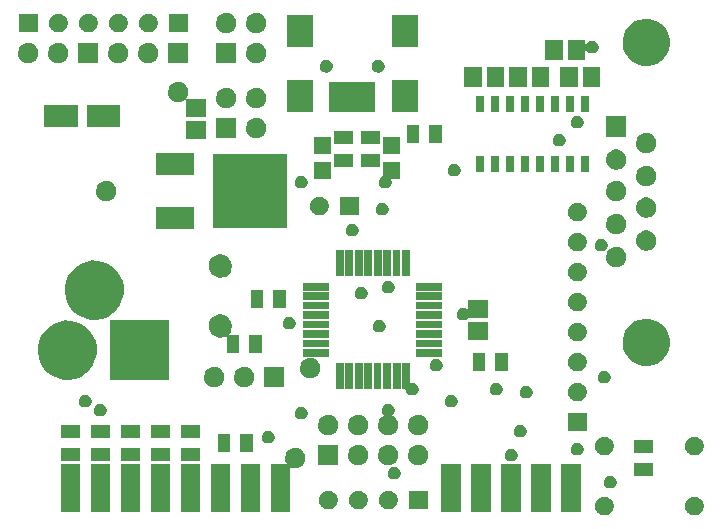
<source format=gts>
G04 (created by PCBNEW (2013-mar-13)-testing) date śro, 21 sie 2013, 17:14:57*
%MOIN*%
G04 Gerber Fmt 3.4, Leading zero omitted, Abs format*
%FSLAX34Y34*%
G01*
G70*
G90*
G04 APERTURE LIST*
%ADD10C,0.005906*%
G04 APERTURE END LIST*
G54D10*
G36*
X1476Y-1635D02*
X846Y-1635D01*
X846Y-1005D01*
X1476Y-1005D01*
X1476Y-1635D01*
X1476Y-1635D01*
G37*
G36*
X1501Y-2288D02*
X1500Y-2361D01*
X1484Y-2429D01*
X1458Y-2487D01*
X1418Y-2544D01*
X1372Y-2588D01*
X1313Y-2625D01*
X1254Y-2648D01*
X1186Y-2660D01*
X1122Y-2659D01*
X1054Y-2644D01*
X996Y-2619D01*
X939Y-2579D01*
X895Y-2533D01*
X857Y-2474D01*
X833Y-2416D01*
X821Y-2347D01*
X822Y-2284D01*
X836Y-2215D01*
X861Y-2157D01*
X901Y-2099D01*
X946Y-2055D01*
X1004Y-2017D01*
X1063Y-1993D01*
X1132Y-1980D01*
X1195Y-1980D01*
X1264Y-1995D01*
X1322Y-2019D01*
X1380Y-2058D01*
X1424Y-2103D01*
X1463Y-2161D01*
X1487Y-2220D01*
X1500Y-2287D01*
X1501Y-2288D01*
X1501Y-2288D01*
G37*
G36*
X2476Y-1291D02*
X2475Y-1358D01*
X2460Y-1421D01*
X2436Y-1475D01*
X2399Y-1528D01*
X2357Y-1568D01*
X2302Y-1603D01*
X2247Y-1624D01*
X2184Y-1635D01*
X2125Y-1634D01*
X2062Y-1620D01*
X2008Y-1597D01*
X1955Y-1560D01*
X1914Y-1518D01*
X1879Y-1463D01*
X1858Y-1409D01*
X1846Y-1345D01*
X1847Y-1286D01*
X1860Y-1223D01*
X1883Y-1169D01*
X1920Y-1115D01*
X1962Y-1075D01*
X2016Y-1039D01*
X2070Y-1017D01*
X2134Y-1005D01*
X2192Y-1005D01*
X2256Y-1019D01*
X2310Y-1041D01*
X2364Y-1078D01*
X2405Y-1119D01*
X2441Y-1173D01*
X2463Y-1227D01*
X2463Y-1229D01*
X2476Y-1291D01*
X2476Y-1291D01*
G37*
G36*
X2501Y-2288D02*
X2500Y-2361D01*
X2484Y-2429D01*
X2458Y-2487D01*
X2418Y-2544D01*
X2372Y-2588D01*
X2313Y-2625D01*
X2254Y-2648D01*
X2186Y-2660D01*
X2122Y-2659D01*
X2054Y-2644D01*
X1996Y-2619D01*
X1939Y-2579D01*
X1895Y-2533D01*
X1857Y-2474D01*
X1833Y-2416D01*
X1821Y-2347D01*
X1822Y-2284D01*
X1836Y-2215D01*
X1861Y-2157D01*
X1901Y-2099D01*
X1946Y-2055D01*
X2004Y-2017D01*
X2063Y-1993D01*
X2132Y-1980D01*
X2195Y-1980D01*
X2264Y-1995D01*
X2322Y-2019D01*
X2380Y-2058D01*
X2424Y-2103D01*
X2463Y-2161D01*
X2487Y-2220D01*
X2500Y-2287D01*
X2501Y-2288D01*
X2501Y-2288D01*
G37*
G36*
X2804Y-4775D02*
X1700Y-4775D01*
X1700Y-4065D01*
X2804Y-4065D01*
X2804Y-4775D01*
X2804Y-4775D01*
G37*
G36*
X2876Y-15160D02*
X2246Y-15160D01*
X2246Y-14730D01*
X2876Y-14730D01*
X2876Y-15160D01*
X2876Y-15160D01*
G37*
G36*
X2876Y-15910D02*
X2246Y-15910D01*
X2246Y-15480D01*
X2876Y-15480D01*
X2876Y-15910D01*
X2876Y-15910D01*
G37*
G36*
X2876Y-17610D02*
X2246Y-17610D01*
X2246Y-16030D01*
X2876Y-16030D01*
X2876Y-17610D01*
X2876Y-17610D01*
G37*
G36*
X3276Y-13900D02*
X3275Y-13946D01*
X3265Y-13989D01*
X3249Y-14025D01*
X3223Y-14062D01*
X3195Y-14089D01*
X3157Y-14113D01*
X3120Y-14127D01*
X3076Y-14135D01*
X3037Y-14134D01*
X2993Y-14125D01*
X2957Y-14109D01*
X2920Y-14083D01*
X2893Y-14055D01*
X2868Y-14017D01*
X2854Y-13981D01*
X2846Y-13936D01*
X2847Y-13898D01*
X2856Y-13853D01*
X2871Y-13818D01*
X2897Y-13780D01*
X2924Y-13753D01*
X2963Y-13728D01*
X2998Y-13714D01*
X3043Y-13705D01*
X3082Y-13705D01*
X3126Y-13715D01*
X3162Y-13729D01*
X3200Y-13755D01*
X3227Y-13782D01*
X3252Y-13820D01*
X3267Y-13856D01*
X3275Y-13899D01*
X3276Y-13900D01*
X3276Y-13900D01*
G37*
G36*
X3446Y-12125D02*
X3443Y-12343D01*
X3399Y-12534D01*
X3322Y-12707D01*
X3209Y-12867D01*
X3071Y-12999D01*
X2906Y-13104D01*
X2728Y-13172D01*
X2535Y-13206D01*
X2345Y-13202D01*
X2154Y-13160D01*
X1980Y-13084D01*
X1819Y-12972D01*
X1687Y-12836D01*
X1580Y-12671D01*
X1510Y-12494D01*
X1475Y-12301D01*
X1478Y-12111D01*
X1518Y-11919D01*
X1593Y-11745D01*
X1704Y-11583D01*
X1840Y-11450D01*
X2004Y-11342D01*
X2180Y-11271D01*
X2373Y-11235D01*
X2563Y-11236D01*
X2755Y-11275D01*
X2930Y-11349D01*
X3093Y-11459D01*
X3226Y-11593D01*
X3335Y-11757D01*
X3407Y-11932D01*
X3408Y-11934D01*
X3446Y-12125D01*
X3446Y-12125D01*
G37*
G36*
X3476Y-1291D02*
X3475Y-1358D01*
X3460Y-1421D01*
X3436Y-1475D01*
X3399Y-1528D01*
X3357Y-1568D01*
X3302Y-1603D01*
X3247Y-1624D01*
X3184Y-1635D01*
X3125Y-1634D01*
X3062Y-1620D01*
X3008Y-1597D01*
X2955Y-1560D01*
X2914Y-1518D01*
X2879Y-1463D01*
X2858Y-1409D01*
X2846Y-1345D01*
X2847Y-1286D01*
X2860Y-1223D01*
X2883Y-1169D01*
X2920Y-1115D01*
X2962Y-1075D01*
X3016Y-1039D01*
X3070Y-1017D01*
X3134Y-1005D01*
X3192Y-1005D01*
X3256Y-1019D01*
X3310Y-1041D01*
X3364Y-1078D01*
X3405Y-1119D01*
X3441Y-1173D01*
X3463Y-1227D01*
X3463Y-1229D01*
X3476Y-1291D01*
X3476Y-1291D01*
G37*
G36*
X3501Y-2660D02*
X2821Y-2660D01*
X2821Y-1980D01*
X3501Y-1980D01*
X3501Y-2660D01*
X3501Y-2660D01*
G37*
G36*
X3776Y-14200D02*
X3775Y-14246D01*
X3765Y-14289D01*
X3749Y-14325D01*
X3723Y-14362D01*
X3695Y-14389D01*
X3657Y-14413D01*
X3620Y-14427D01*
X3576Y-14435D01*
X3537Y-14434D01*
X3493Y-14425D01*
X3457Y-14409D01*
X3420Y-14383D01*
X3393Y-14355D01*
X3368Y-14317D01*
X3354Y-14281D01*
X3346Y-14236D01*
X3347Y-14198D01*
X3356Y-14153D01*
X3371Y-14118D01*
X3397Y-14080D01*
X3424Y-14053D01*
X3463Y-14028D01*
X3498Y-14014D01*
X3543Y-14005D01*
X3582Y-14005D01*
X3626Y-14015D01*
X3662Y-14029D01*
X3700Y-14055D01*
X3727Y-14082D01*
X3752Y-14120D01*
X3767Y-14156D01*
X3775Y-14199D01*
X3776Y-14200D01*
X3776Y-14200D01*
G37*
G36*
X3876Y-15160D02*
X3246Y-15160D01*
X3246Y-14730D01*
X3876Y-14730D01*
X3876Y-15160D01*
X3876Y-15160D01*
G37*
G36*
X3876Y-15910D02*
X3246Y-15910D01*
X3246Y-15480D01*
X3876Y-15480D01*
X3876Y-15910D01*
X3876Y-15910D01*
G37*
G36*
X3876Y-17610D02*
X3246Y-17610D01*
X3246Y-16030D01*
X3876Y-16030D01*
X3876Y-17610D01*
X3876Y-17610D01*
G37*
G36*
X4101Y-6888D02*
X4100Y-6961D01*
X4084Y-7029D01*
X4058Y-7087D01*
X4018Y-7144D01*
X3972Y-7188D01*
X3913Y-7225D01*
X3854Y-7248D01*
X3786Y-7260D01*
X3722Y-7259D01*
X3654Y-7244D01*
X3596Y-7219D01*
X3539Y-7179D01*
X3495Y-7133D01*
X3457Y-7074D01*
X3433Y-7016D01*
X3421Y-6947D01*
X3422Y-6884D01*
X3436Y-6815D01*
X3461Y-6757D01*
X3501Y-6699D01*
X3546Y-6655D01*
X3604Y-6617D01*
X3663Y-6593D01*
X3732Y-6580D01*
X3795Y-6580D01*
X3864Y-6595D01*
X3922Y-6619D01*
X3980Y-6658D01*
X4024Y-6703D01*
X4063Y-6761D01*
X4087Y-6820D01*
X4100Y-6887D01*
X4101Y-6888D01*
X4101Y-6888D01*
G37*
G36*
X4222Y-4775D02*
X3118Y-4775D01*
X3118Y-4065D01*
X4222Y-4065D01*
X4222Y-4775D01*
X4222Y-4775D01*
G37*
G36*
X4346Y-10125D02*
X4343Y-10343D01*
X4299Y-10534D01*
X4222Y-10707D01*
X4109Y-10867D01*
X3971Y-10999D01*
X3806Y-11104D01*
X3628Y-11172D01*
X3435Y-11206D01*
X3245Y-11202D01*
X3054Y-11160D01*
X2880Y-11084D01*
X2719Y-10972D01*
X2587Y-10836D01*
X2480Y-10671D01*
X2410Y-10494D01*
X2375Y-10301D01*
X2378Y-10111D01*
X2418Y-9919D01*
X2493Y-9745D01*
X2604Y-9583D01*
X2740Y-9450D01*
X2904Y-9342D01*
X3080Y-9271D01*
X3273Y-9235D01*
X3463Y-9236D01*
X3655Y-9275D01*
X3830Y-9349D01*
X3993Y-9459D01*
X4126Y-9593D01*
X4235Y-9757D01*
X4307Y-9932D01*
X4308Y-9934D01*
X4346Y-10125D01*
X4346Y-10125D01*
G37*
G36*
X4476Y-1291D02*
X4475Y-1358D01*
X4460Y-1421D01*
X4436Y-1475D01*
X4399Y-1528D01*
X4357Y-1568D01*
X4302Y-1603D01*
X4247Y-1624D01*
X4184Y-1635D01*
X4125Y-1634D01*
X4062Y-1620D01*
X4008Y-1597D01*
X3955Y-1560D01*
X3914Y-1518D01*
X3879Y-1463D01*
X3858Y-1409D01*
X3846Y-1345D01*
X3847Y-1286D01*
X3860Y-1223D01*
X3883Y-1169D01*
X3920Y-1115D01*
X3962Y-1075D01*
X4016Y-1039D01*
X4070Y-1017D01*
X4134Y-1005D01*
X4192Y-1005D01*
X4256Y-1019D01*
X4310Y-1041D01*
X4364Y-1078D01*
X4405Y-1119D01*
X4441Y-1173D01*
X4463Y-1227D01*
X4463Y-1229D01*
X4476Y-1291D01*
X4476Y-1291D01*
G37*
G36*
X4501Y-2288D02*
X4500Y-2361D01*
X4484Y-2429D01*
X4458Y-2487D01*
X4418Y-2544D01*
X4372Y-2588D01*
X4313Y-2625D01*
X4254Y-2648D01*
X4186Y-2660D01*
X4122Y-2659D01*
X4054Y-2644D01*
X3996Y-2619D01*
X3939Y-2579D01*
X3895Y-2533D01*
X3857Y-2474D01*
X3833Y-2416D01*
X3821Y-2347D01*
X3822Y-2284D01*
X3836Y-2215D01*
X3861Y-2157D01*
X3901Y-2099D01*
X3946Y-2055D01*
X4004Y-2017D01*
X4063Y-1993D01*
X4132Y-1980D01*
X4195Y-1980D01*
X4264Y-1995D01*
X4322Y-2019D01*
X4380Y-2058D01*
X4424Y-2103D01*
X4463Y-2161D01*
X4487Y-2220D01*
X4500Y-2287D01*
X4501Y-2288D01*
X4501Y-2288D01*
G37*
G36*
X4876Y-15160D02*
X4246Y-15160D01*
X4246Y-14730D01*
X4876Y-14730D01*
X4876Y-15160D01*
X4876Y-15160D01*
G37*
G36*
X4876Y-15910D02*
X4246Y-15910D01*
X4246Y-15480D01*
X4876Y-15480D01*
X4876Y-15910D01*
X4876Y-15910D01*
G37*
G36*
X4876Y-17610D02*
X4246Y-17610D01*
X4246Y-16030D01*
X4876Y-16030D01*
X4876Y-17610D01*
X4876Y-17610D01*
G37*
G36*
X5476Y-1291D02*
X5475Y-1358D01*
X5460Y-1421D01*
X5436Y-1475D01*
X5399Y-1528D01*
X5357Y-1568D01*
X5302Y-1603D01*
X5247Y-1624D01*
X5184Y-1635D01*
X5125Y-1634D01*
X5062Y-1620D01*
X5008Y-1597D01*
X4955Y-1560D01*
X4914Y-1518D01*
X4879Y-1463D01*
X4858Y-1409D01*
X4846Y-1345D01*
X4847Y-1286D01*
X4860Y-1223D01*
X4883Y-1169D01*
X4920Y-1115D01*
X4962Y-1075D01*
X5016Y-1039D01*
X5070Y-1017D01*
X5134Y-1005D01*
X5192Y-1005D01*
X5256Y-1019D01*
X5310Y-1041D01*
X5364Y-1078D01*
X5405Y-1119D01*
X5441Y-1173D01*
X5463Y-1227D01*
X5463Y-1229D01*
X5476Y-1291D01*
X5476Y-1291D01*
G37*
G36*
X5501Y-2288D02*
X5500Y-2361D01*
X5484Y-2429D01*
X5458Y-2487D01*
X5418Y-2544D01*
X5372Y-2588D01*
X5313Y-2625D01*
X5254Y-2648D01*
X5186Y-2660D01*
X5122Y-2659D01*
X5054Y-2644D01*
X4996Y-2619D01*
X4939Y-2579D01*
X4895Y-2533D01*
X4857Y-2474D01*
X4833Y-2416D01*
X4821Y-2347D01*
X4822Y-2284D01*
X4836Y-2215D01*
X4861Y-2157D01*
X4901Y-2099D01*
X4946Y-2055D01*
X5004Y-2017D01*
X5063Y-1993D01*
X5132Y-1980D01*
X5195Y-1980D01*
X5264Y-1995D01*
X5322Y-2019D01*
X5380Y-2058D01*
X5424Y-2103D01*
X5463Y-2161D01*
X5487Y-2220D01*
X5500Y-2287D01*
X5501Y-2288D01*
X5501Y-2288D01*
G37*
G36*
X5846Y-13205D02*
X3876Y-13205D01*
X3876Y-11235D01*
X5846Y-11235D01*
X5846Y-13205D01*
X5846Y-13205D01*
G37*
G36*
X5876Y-15160D02*
X5246Y-15160D01*
X5246Y-14730D01*
X5876Y-14730D01*
X5876Y-15160D01*
X5876Y-15160D01*
G37*
G36*
X5876Y-15910D02*
X5246Y-15910D01*
X5246Y-15480D01*
X5876Y-15480D01*
X5876Y-15910D01*
X5876Y-15910D01*
G37*
G36*
X5876Y-17610D02*
X5246Y-17610D01*
X5246Y-16030D01*
X5876Y-16030D01*
X5876Y-17610D01*
X5876Y-17610D01*
G37*
G36*
X6476Y-1635D02*
X5846Y-1635D01*
X5846Y-1005D01*
X6476Y-1005D01*
X6476Y-1635D01*
X6476Y-1635D01*
G37*
G36*
X6501Y-2660D02*
X5821Y-2660D01*
X5821Y-1980D01*
X6501Y-1980D01*
X6501Y-2660D01*
X6501Y-2660D01*
G37*
G36*
X6701Y-6385D02*
X5421Y-6385D01*
X5421Y-5655D01*
X6701Y-5655D01*
X6701Y-6385D01*
X6701Y-6385D01*
G37*
G36*
X6701Y-8185D02*
X5421Y-8185D01*
X5421Y-7455D01*
X6701Y-7455D01*
X6701Y-8185D01*
X6701Y-8185D01*
G37*
G36*
X6876Y-15160D02*
X6246Y-15160D01*
X6246Y-14730D01*
X6876Y-14730D01*
X6876Y-15160D01*
X6876Y-15160D01*
G37*
G36*
X6876Y-15910D02*
X6246Y-15910D01*
X6246Y-15480D01*
X6876Y-15480D01*
X6876Y-15910D01*
X6876Y-15910D01*
G37*
G36*
X6876Y-17610D02*
X6246Y-17610D01*
X6246Y-16030D01*
X6876Y-16030D01*
X6876Y-17610D01*
X6876Y-17610D01*
G37*
G36*
X7096Y-4441D02*
X6426Y-4441D01*
X6426Y-3885D01*
X6426Y-3878D01*
X6423Y-3871D01*
X6418Y-3865D01*
X6411Y-3862D01*
X6403Y-3862D01*
X6396Y-3865D01*
X6372Y-3888D01*
X6313Y-3925D01*
X6254Y-3948D01*
X6186Y-3960D01*
X6122Y-3959D01*
X6054Y-3944D01*
X5996Y-3919D01*
X5939Y-3879D01*
X5895Y-3833D01*
X5857Y-3774D01*
X5833Y-3716D01*
X5821Y-3647D01*
X5822Y-3584D01*
X5836Y-3515D01*
X5861Y-3457D01*
X5901Y-3399D01*
X5946Y-3355D01*
X6004Y-3317D01*
X6063Y-3293D01*
X6132Y-3280D01*
X6195Y-3280D01*
X6264Y-3295D01*
X6322Y-3319D01*
X6380Y-3358D01*
X6424Y-3403D01*
X6463Y-3461D01*
X6487Y-3520D01*
X6500Y-3587D01*
X6501Y-3588D01*
X6500Y-3661D01*
X6484Y-3729D01*
X6458Y-3787D01*
X6436Y-3819D01*
X6433Y-3826D01*
X6433Y-3834D01*
X6436Y-3841D01*
X6441Y-3846D01*
X6448Y-3849D01*
X6456Y-3849D01*
X7096Y-3849D01*
X7096Y-4441D01*
X7096Y-4441D01*
G37*
G36*
X7096Y-5191D02*
X6426Y-5191D01*
X6426Y-4599D01*
X7096Y-4599D01*
X7096Y-5191D01*
X7096Y-5191D01*
G37*
G36*
X7701Y-13088D02*
X7700Y-13161D01*
X7684Y-13229D01*
X7658Y-13287D01*
X7618Y-13344D01*
X7572Y-13388D01*
X7513Y-13425D01*
X7454Y-13448D01*
X7386Y-13460D01*
X7322Y-13459D01*
X7254Y-13444D01*
X7196Y-13419D01*
X7139Y-13379D01*
X7095Y-13333D01*
X7057Y-13274D01*
X7033Y-13216D01*
X7021Y-13147D01*
X7022Y-13084D01*
X7036Y-13015D01*
X7061Y-12957D01*
X7101Y-12899D01*
X7146Y-12855D01*
X7204Y-12817D01*
X7263Y-12793D01*
X7332Y-12780D01*
X7395Y-12780D01*
X7464Y-12795D01*
X7522Y-12819D01*
X7580Y-12858D01*
X7624Y-12903D01*
X7663Y-12961D01*
X7687Y-13020D01*
X7700Y-13087D01*
X7701Y-13088D01*
X7701Y-13088D01*
G37*
G36*
X7876Y-17610D02*
X7246Y-17610D01*
X7246Y-16030D01*
X7876Y-16030D01*
X7876Y-17610D01*
X7876Y-17610D01*
G37*
G36*
X7901Y-15635D02*
X7471Y-15635D01*
X7471Y-15005D01*
X7901Y-15005D01*
X7901Y-15635D01*
X7901Y-15635D01*
G37*
G36*
X7951Y-9383D02*
X7949Y-9468D01*
X7932Y-9545D01*
X7902Y-9612D01*
X7856Y-9677D01*
X7803Y-9728D01*
X7736Y-9770D01*
X7668Y-9797D01*
X7589Y-9810D01*
X7516Y-9809D01*
X7438Y-9792D01*
X7371Y-9762D01*
X7306Y-9717D01*
X7255Y-9664D01*
X7212Y-9597D01*
X7185Y-9529D01*
X7171Y-9451D01*
X7172Y-9378D01*
X7188Y-9300D01*
X7217Y-9233D01*
X7262Y-9167D01*
X7314Y-9116D01*
X7381Y-9072D01*
X7449Y-9045D01*
X7527Y-9030D01*
X7600Y-9030D01*
X7678Y-9047D01*
X7745Y-9075D01*
X7812Y-9120D01*
X7863Y-9171D01*
X7907Y-9238D01*
X7935Y-9305D01*
X7950Y-9382D01*
X7951Y-9383D01*
X7951Y-9383D01*
G37*
G36*
X8101Y-1288D02*
X8100Y-1361D01*
X8084Y-1429D01*
X8058Y-1487D01*
X8018Y-1544D01*
X7972Y-1588D01*
X7913Y-1625D01*
X7854Y-1648D01*
X7786Y-1660D01*
X7722Y-1659D01*
X7654Y-1644D01*
X7596Y-1619D01*
X7539Y-1579D01*
X7495Y-1533D01*
X7457Y-1474D01*
X7433Y-1416D01*
X7421Y-1347D01*
X7422Y-1284D01*
X7436Y-1215D01*
X7461Y-1157D01*
X7501Y-1099D01*
X7546Y-1055D01*
X7604Y-1017D01*
X7663Y-993D01*
X7732Y-980D01*
X7795Y-980D01*
X7864Y-995D01*
X7922Y-1019D01*
X7980Y-1058D01*
X8024Y-1103D01*
X8063Y-1161D01*
X8087Y-1220D01*
X8100Y-1287D01*
X8101Y-1288D01*
X8101Y-1288D01*
G37*
G36*
X8101Y-3788D02*
X8100Y-3861D01*
X8084Y-3929D01*
X8058Y-3987D01*
X8018Y-4044D01*
X7972Y-4088D01*
X7913Y-4125D01*
X7854Y-4148D01*
X7786Y-4160D01*
X7722Y-4159D01*
X7654Y-4144D01*
X7596Y-4119D01*
X7539Y-4079D01*
X7495Y-4033D01*
X7457Y-3974D01*
X7433Y-3916D01*
X7421Y-3847D01*
X7422Y-3784D01*
X7436Y-3715D01*
X7461Y-3657D01*
X7501Y-3599D01*
X7546Y-3555D01*
X7604Y-3517D01*
X7663Y-3493D01*
X7732Y-3480D01*
X7795Y-3480D01*
X7864Y-3495D01*
X7922Y-3519D01*
X7980Y-3558D01*
X8024Y-3603D01*
X8063Y-3661D01*
X8087Y-3720D01*
X8100Y-3787D01*
X8101Y-3788D01*
X8101Y-3788D01*
G37*
G36*
X8101Y-2660D02*
X7421Y-2660D01*
X7421Y-1980D01*
X8101Y-1980D01*
X8101Y-2660D01*
X8101Y-2660D01*
G37*
G36*
X8101Y-5160D02*
X7421Y-5160D01*
X7421Y-4480D01*
X8101Y-4480D01*
X8101Y-5160D01*
X8101Y-5160D01*
G37*
G36*
X8201Y-12335D02*
X7771Y-12335D01*
X7771Y-11787D01*
X7771Y-11779D01*
X7768Y-11772D01*
X7763Y-11767D01*
X7756Y-11764D01*
X7748Y-11764D01*
X7741Y-11767D01*
X7736Y-11770D01*
X7668Y-11797D01*
X7589Y-11810D01*
X7516Y-11809D01*
X7438Y-11792D01*
X7371Y-11762D01*
X7306Y-11717D01*
X7255Y-11664D01*
X7212Y-11597D01*
X7185Y-11529D01*
X7171Y-11451D01*
X7172Y-11378D01*
X7188Y-11300D01*
X7217Y-11233D01*
X7262Y-11167D01*
X7314Y-11116D01*
X7381Y-11072D01*
X7449Y-11045D01*
X7527Y-11030D01*
X7600Y-11030D01*
X7678Y-11047D01*
X7745Y-11075D01*
X7812Y-11120D01*
X7863Y-11171D01*
X7907Y-11238D01*
X7935Y-11305D01*
X7950Y-11382D01*
X7951Y-11383D01*
X7949Y-11468D01*
X7932Y-11545D01*
X7902Y-11612D01*
X7858Y-11675D01*
X7855Y-11682D01*
X7855Y-11690D01*
X7858Y-11697D01*
X7863Y-11702D01*
X7870Y-11705D01*
X7878Y-11705D01*
X8201Y-11705D01*
X8201Y-12335D01*
X8201Y-12335D01*
G37*
G36*
X8651Y-15635D02*
X8221Y-15635D01*
X8221Y-15005D01*
X8651Y-15005D01*
X8651Y-15635D01*
X8651Y-15635D01*
G37*
G36*
X8701Y-13088D02*
X8700Y-13161D01*
X8684Y-13229D01*
X8658Y-13287D01*
X8618Y-13344D01*
X8572Y-13388D01*
X8513Y-13425D01*
X8454Y-13448D01*
X8386Y-13460D01*
X8322Y-13459D01*
X8254Y-13444D01*
X8196Y-13419D01*
X8139Y-13379D01*
X8095Y-13333D01*
X8057Y-13274D01*
X8033Y-13216D01*
X8021Y-13147D01*
X8022Y-13084D01*
X8036Y-13015D01*
X8061Y-12957D01*
X8101Y-12899D01*
X8146Y-12855D01*
X8204Y-12817D01*
X8263Y-12793D01*
X8332Y-12780D01*
X8395Y-12780D01*
X8464Y-12795D01*
X8522Y-12819D01*
X8580Y-12858D01*
X8624Y-12903D01*
X8663Y-12961D01*
X8687Y-13020D01*
X8700Y-13087D01*
X8701Y-13088D01*
X8701Y-13088D01*
G37*
G36*
X8876Y-17610D02*
X8246Y-17610D01*
X8246Y-16030D01*
X8876Y-16030D01*
X8876Y-17610D01*
X8876Y-17610D01*
G37*
G36*
X8951Y-12335D02*
X8521Y-12335D01*
X8521Y-11705D01*
X8951Y-11705D01*
X8951Y-12335D01*
X8951Y-12335D01*
G37*
G36*
X9001Y-10835D02*
X8571Y-10835D01*
X8571Y-10205D01*
X9001Y-10205D01*
X9001Y-10835D01*
X9001Y-10835D01*
G37*
G36*
X9101Y-1288D02*
X9100Y-1361D01*
X9084Y-1429D01*
X9058Y-1487D01*
X9018Y-1544D01*
X8972Y-1588D01*
X8913Y-1625D01*
X8854Y-1648D01*
X8786Y-1660D01*
X8722Y-1659D01*
X8654Y-1644D01*
X8596Y-1619D01*
X8539Y-1579D01*
X8495Y-1533D01*
X8457Y-1474D01*
X8433Y-1416D01*
X8421Y-1347D01*
X8422Y-1284D01*
X8436Y-1215D01*
X8461Y-1157D01*
X8501Y-1099D01*
X8546Y-1055D01*
X8604Y-1017D01*
X8663Y-993D01*
X8732Y-980D01*
X8795Y-980D01*
X8864Y-995D01*
X8922Y-1019D01*
X8980Y-1058D01*
X9024Y-1103D01*
X9063Y-1161D01*
X9087Y-1220D01*
X9100Y-1287D01*
X9101Y-1288D01*
X9101Y-1288D01*
G37*
G36*
X9101Y-2288D02*
X9100Y-2361D01*
X9084Y-2429D01*
X9058Y-2487D01*
X9018Y-2544D01*
X8972Y-2588D01*
X8913Y-2625D01*
X8854Y-2648D01*
X8786Y-2660D01*
X8722Y-2659D01*
X8654Y-2644D01*
X8596Y-2619D01*
X8539Y-2579D01*
X8495Y-2533D01*
X8457Y-2474D01*
X8433Y-2416D01*
X8421Y-2347D01*
X8422Y-2284D01*
X8436Y-2215D01*
X8461Y-2157D01*
X8501Y-2099D01*
X8546Y-2055D01*
X8604Y-2017D01*
X8663Y-1993D01*
X8732Y-1980D01*
X8795Y-1980D01*
X8864Y-1995D01*
X8922Y-2019D01*
X8980Y-2058D01*
X9024Y-2103D01*
X9063Y-2161D01*
X9087Y-2220D01*
X9100Y-2287D01*
X9101Y-2288D01*
X9101Y-2288D01*
G37*
G36*
X9101Y-3788D02*
X9100Y-3861D01*
X9084Y-3929D01*
X9058Y-3987D01*
X9018Y-4044D01*
X8972Y-4088D01*
X8913Y-4125D01*
X8854Y-4148D01*
X8786Y-4160D01*
X8722Y-4159D01*
X8654Y-4144D01*
X8596Y-4119D01*
X8539Y-4079D01*
X8495Y-4033D01*
X8457Y-3974D01*
X8433Y-3916D01*
X8421Y-3847D01*
X8422Y-3784D01*
X8436Y-3715D01*
X8461Y-3657D01*
X8501Y-3599D01*
X8546Y-3555D01*
X8604Y-3517D01*
X8663Y-3493D01*
X8732Y-3480D01*
X8795Y-3480D01*
X8864Y-3495D01*
X8922Y-3519D01*
X8980Y-3558D01*
X9024Y-3603D01*
X9063Y-3661D01*
X9087Y-3720D01*
X9100Y-3787D01*
X9101Y-3788D01*
X9101Y-3788D01*
G37*
G36*
X9101Y-4788D02*
X9100Y-4861D01*
X9084Y-4929D01*
X9058Y-4987D01*
X9018Y-5044D01*
X8972Y-5088D01*
X8913Y-5125D01*
X8854Y-5148D01*
X8786Y-5160D01*
X8722Y-5159D01*
X8654Y-5144D01*
X8596Y-5119D01*
X8539Y-5079D01*
X8495Y-5033D01*
X8457Y-4974D01*
X8433Y-4916D01*
X8421Y-4847D01*
X8422Y-4784D01*
X8436Y-4715D01*
X8461Y-4657D01*
X8501Y-4599D01*
X8546Y-4555D01*
X8604Y-4517D01*
X8663Y-4493D01*
X8732Y-4480D01*
X8795Y-4480D01*
X8864Y-4495D01*
X8922Y-4519D01*
X8980Y-4558D01*
X9024Y-4603D01*
X9063Y-4661D01*
X9087Y-4720D01*
X9100Y-4787D01*
X9101Y-4788D01*
X9101Y-4788D01*
G37*
G36*
X9376Y-15100D02*
X9375Y-15146D01*
X9365Y-15189D01*
X9349Y-15225D01*
X9323Y-15262D01*
X9295Y-15289D01*
X9257Y-15313D01*
X9220Y-15327D01*
X9176Y-15335D01*
X9137Y-15334D01*
X9093Y-15325D01*
X9057Y-15309D01*
X9020Y-15283D01*
X8993Y-15255D01*
X8968Y-15217D01*
X8954Y-15181D01*
X8946Y-15136D01*
X8947Y-15098D01*
X8956Y-15053D01*
X8971Y-15018D01*
X8997Y-14980D01*
X9024Y-14953D01*
X9063Y-14928D01*
X9098Y-14914D01*
X9143Y-14905D01*
X9182Y-14905D01*
X9226Y-14915D01*
X9262Y-14929D01*
X9300Y-14955D01*
X9327Y-14982D01*
X9352Y-15020D01*
X9367Y-15056D01*
X9375Y-15099D01*
X9376Y-15100D01*
X9376Y-15100D01*
G37*
G36*
X9701Y-13460D02*
X9021Y-13460D01*
X9021Y-12780D01*
X9701Y-12780D01*
X9701Y-13460D01*
X9701Y-13460D01*
G37*
G36*
X9751Y-10835D02*
X9321Y-10835D01*
X9321Y-10205D01*
X9751Y-10205D01*
X9751Y-10835D01*
X9751Y-10835D01*
G37*
G36*
X9801Y-8160D02*
X7321Y-8160D01*
X7321Y-5680D01*
X9801Y-5680D01*
X9801Y-8160D01*
X9801Y-8160D01*
G37*
G36*
X10076Y-11300D02*
X10075Y-11346D01*
X10065Y-11389D01*
X10049Y-11425D01*
X10023Y-11462D01*
X9995Y-11489D01*
X9957Y-11513D01*
X9920Y-11527D01*
X9876Y-11535D01*
X9837Y-11534D01*
X9793Y-11525D01*
X9757Y-11509D01*
X9720Y-11483D01*
X9693Y-11455D01*
X9668Y-11417D01*
X9654Y-11381D01*
X9646Y-11336D01*
X9647Y-11298D01*
X9656Y-11253D01*
X9671Y-11218D01*
X9697Y-11180D01*
X9724Y-11153D01*
X9763Y-11128D01*
X9798Y-11114D01*
X9843Y-11105D01*
X9882Y-11105D01*
X9926Y-11115D01*
X9962Y-11129D01*
X10000Y-11155D01*
X10027Y-11182D01*
X10052Y-11220D01*
X10067Y-11256D01*
X10075Y-11299D01*
X10076Y-11300D01*
X10076Y-11300D01*
G37*
G36*
X10401Y-15788D02*
X10400Y-15861D01*
X10384Y-15929D01*
X10358Y-15987D01*
X10318Y-16044D01*
X10272Y-16088D01*
X10213Y-16125D01*
X10154Y-16148D01*
X10086Y-16160D01*
X10022Y-16159D01*
X9954Y-16144D01*
X9906Y-16123D01*
X9899Y-16120D01*
X9891Y-16120D01*
X9884Y-16123D01*
X9879Y-16128D01*
X9876Y-16135D01*
X9876Y-16143D01*
X9876Y-17610D01*
X9246Y-17610D01*
X9246Y-16030D01*
X9753Y-16030D01*
X9761Y-16030D01*
X9768Y-16027D01*
X9773Y-16022D01*
X9776Y-16015D01*
X9776Y-16007D01*
X9773Y-16000D01*
X9757Y-15974D01*
X9733Y-15916D01*
X9721Y-15847D01*
X9722Y-15784D01*
X9736Y-15715D01*
X9761Y-15657D01*
X9801Y-15599D01*
X9846Y-15555D01*
X9904Y-15517D01*
X9963Y-15493D01*
X10032Y-15480D01*
X10095Y-15480D01*
X10164Y-15495D01*
X10222Y-15519D01*
X10280Y-15558D01*
X10324Y-15603D01*
X10363Y-15661D01*
X10387Y-15720D01*
X10400Y-15787D01*
X10401Y-15788D01*
X10401Y-15788D01*
G37*
G36*
X10476Y-6600D02*
X10475Y-6646D01*
X10465Y-6689D01*
X10449Y-6725D01*
X10423Y-6762D01*
X10395Y-6789D01*
X10357Y-6813D01*
X10320Y-6827D01*
X10276Y-6835D01*
X10237Y-6834D01*
X10193Y-6825D01*
X10157Y-6809D01*
X10120Y-6783D01*
X10093Y-6755D01*
X10068Y-6717D01*
X10054Y-6681D01*
X10046Y-6636D01*
X10047Y-6598D01*
X10056Y-6553D01*
X10071Y-6518D01*
X10097Y-6480D01*
X10124Y-6453D01*
X10163Y-6428D01*
X10198Y-6414D01*
X10243Y-6405D01*
X10282Y-6405D01*
X10326Y-6415D01*
X10362Y-6429D01*
X10400Y-6455D01*
X10427Y-6482D01*
X10452Y-6520D01*
X10467Y-6556D01*
X10475Y-6599D01*
X10476Y-6600D01*
X10476Y-6600D01*
G37*
G36*
X10476Y-14300D02*
X10475Y-14346D01*
X10465Y-14389D01*
X10449Y-14425D01*
X10423Y-14462D01*
X10395Y-14489D01*
X10357Y-14513D01*
X10320Y-14527D01*
X10276Y-14535D01*
X10237Y-14534D01*
X10193Y-14525D01*
X10157Y-14509D01*
X10120Y-14483D01*
X10093Y-14455D01*
X10068Y-14417D01*
X10054Y-14381D01*
X10046Y-14336D01*
X10047Y-14298D01*
X10056Y-14253D01*
X10071Y-14218D01*
X10097Y-14180D01*
X10124Y-14153D01*
X10163Y-14128D01*
X10198Y-14114D01*
X10243Y-14105D01*
X10282Y-14105D01*
X10326Y-14115D01*
X10362Y-14129D01*
X10400Y-14155D01*
X10427Y-14182D01*
X10452Y-14220D01*
X10467Y-14256D01*
X10475Y-14299D01*
X10476Y-14300D01*
X10476Y-14300D01*
G37*
G36*
X10642Y-2106D02*
X9776Y-2106D01*
X9776Y-1042D01*
X10642Y-1042D01*
X10642Y-2106D01*
X10642Y-2106D01*
G37*
G36*
X10642Y-4271D02*
X9776Y-4271D01*
X9776Y-3207D01*
X10642Y-3207D01*
X10642Y-4271D01*
X10642Y-4271D01*
G37*
G36*
X10901Y-12788D02*
X10900Y-12861D01*
X10884Y-12929D01*
X10858Y-12987D01*
X10818Y-13044D01*
X10772Y-13088D01*
X10713Y-13125D01*
X10654Y-13148D01*
X10586Y-13160D01*
X10522Y-13159D01*
X10454Y-13144D01*
X10396Y-13119D01*
X10339Y-13079D01*
X10295Y-13033D01*
X10257Y-12974D01*
X10233Y-12916D01*
X10221Y-12847D01*
X10222Y-12784D01*
X10236Y-12715D01*
X10261Y-12657D01*
X10301Y-12599D01*
X10346Y-12555D01*
X10404Y-12517D01*
X10463Y-12493D01*
X10532Y-12480D01*
X10595Y-12480D01*
X10664Y-12495D01*
X10722Y-12519D01*
X10780Y-12558D01*
X10824Y-12603D01*
X10863Y-12661D01*
X10887Y-12720D01*
X10900Y-12787D01*
X10901Y-12788D01*
X10901Y-12788D01*
G37*
G36*
X11176Y-7391D02*
X11175Y-7458D01*
X11160Y-7521D01*
X11136Y-7575D01*
X11099Y-7628D01*
X11057Y-7668D01*
X11002Y-7703D01*
X10947Y-7724D01*
X10884Y-7735D01*
X10825Y-7734D01*
X10762Y-7720D01*
X10708Y-7697D01*
X10655Y-7660D01*
X10614Y-7618D01*
X10579Y-7563D01*
X10558Y-7509D01*
X10546Y-7445D01*
X10547Y-7386D01*
X10560Y-7323D01*
X10583Y-7269D01*
X10620Y-7215D01*
X10662Y-7175D01*
X10716Y-7139D01*
X10770Y-7117D01*
X10834Y-7105D01*
X10892Y-7105D01*
X10956Y-7119D01*
X11010Y-7141D01*
X11064Y-7178D01*
X11105Y-7219D01*
X11141Y-7273D01*
X11163Y-7327D01*
X11163Y-7329D01*
X11176Y-7391D01*
X11176Y-7391D01*
G37*
G36*
X11198Y-10236D02*
X10332Y-10236D01*
X10332Y-9980D01*
X11198Y-9980D01*
X11198Y-10236D01*
X11198Y-10236D01*
G37*
G36*
X11198Y-10551D02*
X10332Y-10551D01*
X10332Y-10295D01*
X11198Y-10295D01*
X11198Y-10551D01*
X11198Y-10551D01*
G37*
G36*
X11198Y-10866D02*
X10332Y-10866D01*
X10332Y-10610D01*
X11198Y-10610D01*
X11198Y-10866D01*
X11198Y-10866D01*
G37*
G36*
X11198Y-11181D02*
X10332Y-11181D01*
X10332Y-10925D01*
X11198Y-10925D01*
X11198Y-11181D01*
X11198Y-11181D01*
G37*
G36*
X11198Y-11496D02*
X10332Y-11496D01*
X10332Y-11240D01*
X11198Y-11240D01*
X11198Y-11496D01*
X11198Y-11496D01*
G37*
G36*
X11198Y-11811D02*
X10332Y-11811D01*
X10332Y-11555D01*
X11198Y-11555D01*
X11198Y-11811D01*
X11198Y-11811D01*
G37*
G36*
X11198Y-12126D02*
X10332Y-12126D01*
X10332Y-11870D01*
X11198Y-11870D01*
X11198Y-12126D01*
X11198Y-12126D01*
G37*
G36*
X11198Y-12441D02*
X10332Y-12441D01*
X10332Y-12185D01*
X11198Y-12185D01*
X11198Y-12441D01*
X11198Y-12441D01*
G37*
G36*
X11237Y-5683D02*
X10685Y-5683D01*
X10685Y-5131D01*
X11237Y-5131D01*
X11237Y-5683D01*
X11237Y-5683D01*
G37*
G36*
X11237Y-6509D02*
X10685Y-6509D01*
X10685Y-5957D01*
X11237Y-5957D01*
X11237Y-6509D01*
X11237Y-6509D01*
G37*
G36*
X11312Y-2735D02*
X11311Y-2781D01*
X11301Y-2825D01*
X11285Y-2861D01*
X11259Y-2898D01*
X11230Y-2926D01*
X11192Y-2950D01*
X11155Y-2964D01*
X11110Y-2972D01*
X11071Y-2971D01*
X11026Y-2961D01*
X10990Y-2946D01*
X10953Y-2920D01*
X10925Y-2891D01*
X10901Y-2853D01*
X10886Y-2817D01*
X10878Y-2772D01*
X10879Y-2732D01*
X10888Y-2688D01*
X10903Y-2652D01*
X10929Y-2614D01*
X10957Y-2586D01*
X10996Y-2561D01*
X11032Y-2547D01*
X11077Y-2538D01*
X11116Y-2538D01*
X11161Y-2548D01*
X11197Y-2563D01*
X11235Y-2588D01*
X11262Y-2616D01*
X11288Y-2654D01*
X11303Y-2690D01*
X11312Y-2735D01*
X11312Y-2735D01*
G37*
G36*
X11476Y-17191D02*
X11475Y-17258D01*
X11460Y-17321D01*
X11436Y-17375D01*
X11399Y-17428D01*
X11357Y-17468D01*
X11302Y-17503D01*
X11247Y-17524D01*
X11184Y-17535D01*
X11125Y-17534D01*
X11062Y-17520D01*
X11008Y-17497D01*
X10955Y-17460D01*
X10914Y-17418D01*
X10879Y-17363D01*
X10858Y-17309D01*
X10846Y-17245D01*
X10847Y-17186D01*
X10860Y-17123D01*
X10883Y-17069D01*
X10920Y-17015D01*
X10962Y-16975D01*
X11016Y-16939D01*
X11070Y-16917D01*
X11134Y-16905D01*
X11192Y-16905D01*
X11256Y-16919D01*
X11310Y-16941D01*
X11364Y-16978D01*
X11405Y-17019D01*
X11441Y-17073D01*
X11463Y-17127D01*
X11463Y-17129D01*
X11476Y-17191D01*
X11476Y-17191D01*
G37*
G36*
X11501Y-14688D02*
X11500Y-14761D01*
X11484Y-14829D01*
X11458Y-14887D01*
X11418Y-14944D01*
X11372Y-14988D01*
X11313Y-15025D01*
X11254Y-15048D01*
X11186Y-15060D01*
X11122Y-15059D01*
X11054Y-15044D01*
X10996Y-15019D01*
X10939Y-14979D01*
X10895Y-14933D01*
X10857Y-14874D01*
X10833Y-14816D01*
X10821Y-14747D01*
X10822Y-14684D01*
X10836Y-14615D01*
X10861Y-14557D01*
X10901Y-14499D01*
X10946Y-14455D01*
X11004Y-14417D01*
X11063Y-14393D01*
X11132Y-14380D01*
X11195Y-14380D01*
X11264Y-14395D01*
X11322Y-14419D01*
X11380Y-14458D01*
X11424Y-14503D01*
X11463Y-14561D01*
X11487Y-14620D01*
X11500Y-14687D01*
X11501Y-14688D01*
X11501Y-14688D01*
G37*
G36*
X11501Y-16060D02*
X10821Y-16060D01*
X10821Y-15380D01*
X11501Y-15380D01*
X11501Y-16060D01*
X11501Y-16060D01*
G37*
G36*
X11677Y-9753D02*
X11421Y-9753D01*
X11421Y-8887D01*
X11677Y-8887D01*
X11677Y-9753D01*
X11677Y-9753D01*
G37*
G36*
X11679Y-13533D02*
X11423Y-13533D01*
X11423Y-12667D01*
X11679Y-12667D01*
X11679Y-13533D01*
X11679Y-13533D01*
G37*
G36*
X11976Y-5360D02*
X11346Y-5360D01*
X11346Y-4930D01*
X11976Y-4930D01*
X11976Y-5360D01*
X11976Y-5360D01*
G37*
G36*
X11976Y-6110D02*
X11346Y-6110D01*
X11346Y-5680D01*
X11976Y-5680D01*
X11976Y-6110D01*
X11976Y-6110D01*
G37*
G36*
X11989Y-13533D02*
X11733Y-13533D01*
X11733Y-12667D01*
X11989Y-12667D01*
X11989Y-13533D01*
X11989Y-13533D01*
G37*
G36*
X11991Y-9753D02*
X11735Y-9753D01*
X11735Y-8887D01*
X11991Y-8887D01*
X11991Y-9753D01*
X11991Y-9753D01*
G37*
G36*
X12176Y-8200D02*
X12175Y-8246D01*
X12165Y-8289D01*
X12149Y-8325D01*
X12123Y-8362D01*
X12095Y-8389D01*
X12057Y-8413D01*
X12020Y-8427D01*
X11976Y-8435D01*
X11937Y-8434D01*
X11893Y-8425D01*
X11857Y-8409D01*
X11820Y-8383D01*
X11793Y-8355D01*
X11768Y-8317D01*
X11754Y-8281D01*
X11746Y-8236D01*
X11747Y-8198D01*
X11756Y-8153D01*
X11771Y-8118D01*
X11797Y-8080D01*
X11824Y-8053D01*
X11863Y-8028D01*
X11898Y-8014D01*
X11943Y-8005D01*
X11982Y-8005D01*
X12026Y-8015D01*
X12062Y-8029D01*
X12100Y-8055D01*
X12127Y-8082D01*
X12152Y-8120D01*
X12167Y-8156D01*
X12175Y-8199D01*
X12176Y-8200D01*
X12176Y-8200D01*
G37*
G36*
X12176Y-7735D02*
X11546Y-7735D01*
X11546Y-7105D01*
X12176Y-7105D01*
X12176Y-7735D01*
X12176Y-7735D01*
G37*
G36*
X12307Y-9753D02*
X12051Y-9753D01*
X12051Y-8887D01*
X12307Y-8887D01*
X12307Y-9753D01*
X12307Y-9753D01*
G37*
G36*
X12309Y-13533D02*
X12053Y-13533D01*
X12053Y-12667D01*
X12309Y-12667D01*
X12309Y-13533D01*
X12309Y-13533D01*
G37*
G36*
X12476Y-10300D02*
X12475Y-10346D01*
X12465Y-10389D01*
X12449Y-10425D01*
X12423Y-10462D01*
X12395Y-10489D01*
X12357Y-10513D01*
X12320Y-10527D01*
X12276Y-10535D01*
X12237Y-10534D01*
X12193Y-10525D01*
X12157Y-10509D01*
X12120Y-10483D01*
X12093Y-10455D01*
X12068Y-10417D01*
X12054Y-10381D01*
X12046Y-10336D01*
X12047Y-10298D01*
X12056Y-10253D01*
X12071Y-10218D01*
X12097Y-10180D01*
X12124Y-10153D01*
X12163Y-10128D01*
X12198Y-10114D01*
X12243Y-10105D01*
X12282Y-10105D01*
X12326Y-10115D01*
X12362Y-10129D01*
X12400Y-10155D01*
X12427Y-10182D01*
X12452Y-10220D01*
X12467Y-10256D01*
X12475Y-10299D01*
X12476Y-10300D01*
X12476Y-10300D01*
G37*
G36*
X12476Y-17191D02*
X12475Y-17258D01*
X12460Y-17321D01*
X12436Y-17375D01*
X12399Y-17428D01*
X12357Y-17468D01*
X12302Y-17503D01*
X12247Y-17524D01*
X12184Y-17535D01*
X12125Y-17534D01*
X12062Y-17520D01*
X12008Y-17497D01*
X11955Y-17460D01*
X11914Y-17418D01*
X11879Y-17363D01*
X11858Y-17309D01*
X11846Y-17245D01*
X11847Y-17186D01*
X11860Y-17123D01*
X11883Y-17069D01*
X11920Y-17015D01*
X11962Y-16975D01*
X12016Y-16939D01*
X12070Y-16917D01*
X12134Y-16905D01*
X12192Y-16905D01*
X12256Y-16919D01*
X12310Y-16941D01*
X12364Y-16978D01*
X12405Y-17019D01*
X12441Y-17073D01*
X12463Y-17127D01*
X12463Y-17129D01*
X12476Y-17191D01*
X12476Y-17191D01*
G37*
G36*
X12501Y-14688D02*
X12500Y-14761D01*
X12484Y-14829D01*
X12458Y-14887D01*
X12418Y-14944D01*
X12372Y-14988D01*
X12313Y-15025D01*
X12254Y-15048D01*
X12186Y-15060D01*
X12122Y-15059D01*
X12054Y-15044D01*
X11996Y-15019D01*
X11939Y-14979D01*
X11895Y-14933D01*
X11857Y-14874D01*
X11833Y-14816D01*
X11821Y-14747D01*
X11822Y-14684D01*
X11836Y-14615D01*
X11861Y-14557D01*
X11901Y-14499D01*
X11946Y-14455D01*
X12004Y-14417D01*
X12063Y-14393D01*
X12132Y-14380D01*
X12195Y-14380D01*
X12264Y-14395D01*
X12322Y-14419D01*
X12380Y-14458D01*
X12424Y-14503D01*
X12463Y-14561D01*
X12487Y-14620D01*
X12500Y-14687D01*
X12501Y-14688D01*
X12501Y-14688D01*
G37*
G36*
X12501Y-15688D02*
X12500Y-15761D01*
X12484Y-15829D01*
X12458Y-15887D01*
X12418Y-15944D01*
X12372Y-15988D01*
X12313Y-16025D01*
X12254Y-16048D01*
X12186Y-16060D01*
X12122Y-16059D01*
X12054Y-16044D01*
X11996Y-16019D01*
X11939Y-15979D01*
X11895Y-15933D01*
X11857Y-15874D01*
X11833Y-15816D01*
X11821Y-15747D01*
X11822Y-15684D01*
X11836Y-15615D01*
X11861Y-15557D01*
X11901Y-15499D01*
X11946Y-15455D01*
X12004Y-15417D01*
X12063Y-15393D01*
X12132Y-15380D01*
X12195Y-15380D01*
X12264Y-15395D01*
X12322Y-15419D01*
X12380Y-15458D01*
X12424Y-15503D01*
X12463Y-15561D01*
X12487Y-15620D01*
X12500Y-15687D01*
X12501Y-15688D01*
X12501Y-15688D01*
G37*
G36*
X12619Y-13533D02*
X12363Y-13533D01*
X12363Y-12667D01*
X12619Y-12667D01*
X12619Y-13533D01*
X12619Y-13533D01*
G37*
G36*
X12621Y-9753D02*
X12365Y-9753D01*
X12365Y-8887D01*
X12621Y-8887D01*
X12621Y-9753D01*
X12621Y-9753D01*
G37*
G36*
X12729Y-4271D02*
X12437Y-4271D01*
X12437Y-4271D01*
X12430Y-4271D01*
X12430Y-4271D01*
X12122Y-4271D01*
X12122Y-4271D01*
X12115Y-4271D01*
X12115Y-4271D01*
X11807Y-4271D01*
X11807Y-4271D01*
X11800Y-4271D01*
X11800Y-4271D01*
X11492Y-4271D01*
X11492Y-4271D01*
X11485Y-4271D01*
X11485Y-4271D01*
X11193Y-4271D01*
X11193Y-3285D01*
X11485Y-3285D01*
X11485Y-3285D01*
X11492Y-3285D01*
X11492Y-3285D01*
X11800Y-3285D01*
X11800Y-3285D01*
X11807Y-3285D01*
X11807Y-3285D01*
X12115Y-3285D01*
X12115Y-3285D01*
X12122Y-3285D01*
X12122Y-3285D01*
X12430Y-3285D01*
X12430Y-3285D01*
X12437Y-3285D01*
X12437Y-3285D01*
X12729Y-3285D01*
X12729Y-4271D01*
X12729Y-4271D01*
G37*
G36*
X12876Y-5360D02*
X12246Y-5360D01*
X12246Y-4930D01*
X12876Y-4930D01*
X12876Y-5360D01*
X12876Y-5360D01*
G37*
G36*
X12876Y-6110D02*
X12246Y-6110D01*
X12246Y-5680D01*
X12876Y-5680D01*
X12876Y-6110D01*
X12876Y-6110D01*
G37*
G36*
X12929Y-13533D02*
X12673Y-13533D01*
X12673Y-12667D01*
X12929Y-12667D01*
X12929Y-13533D01*
X12929Y-13533D01*
G37*
G36*
X12937Y-9753D02*
X12681Y-9753D01*
X12681Y-8887D01*
X12937Y-8887D01*
X12937Y-9753D01*
X12937Y-9753D01*
G37*
G36*
X13044Y-2735D02*
X13043Y-2781D01*
X13033Y-2825D01*
X13017Y-2861D01*
X12991Y-2898D01*
X12962Y-2926D01*
X12924Y-2950D01*
X12887Y-2964D01*
X12842Y-2972D01*
X12803Y-2971D01*
X12758Y-2961D01*
X12722Y-2946D01*
X12685Y-2920D01*
X12657Y-2891D01*
X12633Y-2853D01*
X12618Y-2817D01*
X12610Y-2772D01*
X12611Y-2732D01*
X12620Y-2688D01*
X12635Y-2652D01*
X12661Y-2614D01*
X12689Y-2586D01*
X12728Y-2561D01*
X12764Y-2547D01*
X12809Y-2538D01*
X12848Y-2538D01*
X12893Y-2548D01*
X12929Y-2563D01*
X12967Y-2588D01*
X12994Y-2616D01*
X13020Y-2654D01*
X13035Y-2690D01*
X13044Y-2735D01*
X13044Y-2735D01*
G37*
G36*
X13076Y-11400D02*
X13075Y-11446D01*
X13065Y-11489D01*
X13049Y-11525D01*
X13023Y-11562D01*
X12995Y-11589D01*
X12957Y-11613D01*
X12920Y-11627D01*
X12876Y-11635D01*
X12837Y-11634D01*
X12793Y-11625D01*
X12757Y-11609D01*
X12720Y-11583D01*
X12693Y-11555D01*
X12668Y-11517D01*
X12654Y-11481D01*
X12646Y-11436D01*
X12647Y-11398D01*
X12656Y-11353D01*
X12671Y-11318D01*
X12697Y-11280D01*
X12724Y-11253D01*
X12763Y-11228D01*
X12798Y-11214D01*
X12843Y-11205D01*
X12882Y-11205D01*
X12926Y-11215D01*
X12962Y-11229D01*
X13000Y-11255D01*
X13027Y-11282D01*
X13052Y-11320D01*
X13067Y-11356D01*
X13075Y-11399D01*
X13076Y-11400D01*
X13076Y-11400D01*
G37*
G36*
X13176Y-7500D02*
X13175Y-7546D01*
X13165Y-7589D01*
X13149Y-7625D01*
X13123Y-7662D01*
X13095Y-7689D01*
X13057Y-7713D01*
X13020Y-7727D01*
X12976Y-7735D01*
X12937Y-7734D01*
X12893Y-7725D01*
X12857Y-7709D01*
X12820Y-7683D01*
X12793Y-7655D01*
X12768Y-7617D01*
X12754Y-7581D01*
X12746Y-7536D01*
X12747Y-7498D01*
X12756Y-7453D01*
X12771Y-7418D01*
X12797Y-7380D01*
X12824Y-7353D01*
X12863Y-7328D01*
X12898Y-7314D01*
X12943Y-7305D01*
X12982Y-7305D01*
X13026Y-7315D01*
X13062Y-7329D01*
X13100Y-7355D01*
X13127Y-7382D01*
X13152Y-7420D01*
X13167Y-7456D01*
X13175Y-7499D01*
X13176Y-7500D01*
X13176Y-7500D01*
G37*
G36*
X13249Y-13533D02*
X12993Y-13533D01*
X12993Y-12667D01*
X13249Y-12667D01*
X13249Y-13533D01*
X13249Y-13533D01*
G37*
G36*
X13251Y-9753D02*
X12995Y-9753D01*
X12995Y-8887D01*
X13251Y-8887D01*
X13251Y-9753D01*
X13251Y-9753D01*
G37*
G36*
X13376Y-10100D02*
X13375Y-10146D01*
X13365Y-10189D01*
X13349Y-10225D01*
X13323Y-10262D01*
X13295Y-10289D01*
X13257Y-10313D01*
X13220Y-10327D01*
X13176Y-10335D01*
X13137Y-10334D01*
X13093Y-10325D01*
X13057Y-10309D01*
X13020Y-10283D01*
X12993Y-10255D01*
X12968Y-10217D01*
X12954Y-10181D01*
X12946Y-10136D01*
X12947Y-10098D01*
X12956Y-10053D01*
X12971Y-10018D01*
X12997Y-9980D01*
X13024Y-9953D01*
X13063Y-9928D01*
X13098Y-9914D01*
X13143Y-9905D01*
X13182Y-9905D01*
X13226Y-9915D01*
X13262Y-9929D01*
X13300Y-9955D01*
X13327Y-9982D01*
X13352Y-10020D01*
X13367Y-10056D01*
X13375Y-10099D01*
X13376Y-10100D01*
X13376Y-10100D01*
G37*
G36*
X13476Y-17191D02*
X13475Y-17258D01*
X13460Y-17321D01*
X13436Y-17375D01*
X13399Y-17428D01*
X13357Y-17468D01*
X13302Y-17503D01*
X13247Y-17524D01*
X13184Y-17535D01*
X13125Y-17534D01*
X13062Y-17520D01*
X13008Y-17497D01*
X12955Y-17460D01*
X12914Y-17418D01*
X12879Y-17363D01*
X12858Y-17309D01*
X12846Y-17245D01*
X12847Y-17186D01*
X12860Y-17123D01*
X12883Y-17069D01*
X12920Y-17015D01*
X12962Y-16975D01*
X13016Y-16939D01*
X13070Y-16917D01*
X13134Y-16905D01*
X13192Y-16905D01*
X13256Y-16919D01*
X13310Y-16941D01*
X13364Y-16978D01*
X13405Y-17019D01*
X13441Y-17073D01*
X13463Y-17127D01*
X13463Y-17129D01*
X13476Y-17191D01*
X13476Y-17191D01*
G37*
G36*
X13501Y-14688D02*
X13500Y-14761D01*
X13484Y-14829D01*
X13458Y-14887D01*
X13418Y-14944D01*
X13372Y-14988D01*
X13313Y-15025D01*
X13254Y-15048D01*
X13186Y-15060D01*
X13122Y-15059D01*
X13054Y-15044D01*
X12996Y-15019D01*
X12939Y-14979D01*
X12895Y-14933D01*
X12857Y-14874D01*
X12833Y-14816D01*
X12821Y-14747D01*
X12822Y-14684D01*
X12836Y-14615D01*
X12861Y-14557D01*
X12901Y-14499D01*
X12946Y-14455D01*
X13004Y-14417D01*
X13009Y-14415D01*
X13016Y-14412D01*
X13022Y-14407D01*
X13024Y-14399D01*
X13024Y-14392D01*
X13022Y-14385D01*
X12993Y-14355D01*
X12968Y-14317D01*
X12954Y-14281D01*
X12946Y-14236D01*
X12947Y-14198D01*
X12956Y-14153D01*
X12971Y-14118D01*
X12997Y-14080D01*
X13024Y-14053D01*
X13063Y-14028D01*
X13098Y-14014D01*
X13143Y-14005D01*
X13182Y-14005D01*
X13226Y-14015D01*
X13262Y-14029D01*
X13300Y-14055D01*
X13327Y-14082D01*
X13352Y-14120D01*
X13367Y-14156D01*
X13375Y-14199D01*
X13376Y-14200D01*
X13375Y-14246D01*
X13365Y-14289D01*
X13349Y-14325D01*
X13323Y-14362D01*
X13305Y-14379D01*
X13300Y-14385D01*
X13297Y-14392D01*
X13297Y-14399D01*
X13300Y-14407D01*
X13305Y-14412D01*
X13322Y-14419D01*
X13380Y-14458D01*
X13424Y-14503D01*
X13463Y-14561D01*
X13487Y-14620D01*
X13500Y-14687D01*
X13501Y-14688D01*
X13501Y-14688D01*
G37*
G36*
X13501Y-15688D02*
X13500Y-15761D01*
X13484Y-15829D01*
X13458Y-15887D01*
X13418Y-15944D01*
X13372Y-15988D01*
X13313Y-16025D01*
X13254Y-16048D01*
X13186Y-16060D01*
X13122Y-16059D01*
X13054Y-16044D01*
X12996Y-16019D01*
X12939Y-15979D01*
X12895Y-15933D01*
X12857Y-15874D01*
X12833Y-15816D01*
X12821Y-15747D01*
X12822Y-15684D01*
X12836Y-15615D01*
X12861Y-15557D01*
X12901Y-15499D01*
X12946Y-15455D01*
X13004Y-15417D01*
X13063Y-15393D01*
X13132Y-15380D01*
X13195Y-15380D01*
X13264Y-15395D01*
X13322Y-15419D01*
X13380Y-15458D01*
X13424Y-15503D01*
X13463Y-15561D01*
X13487Y-15620D01*
X13500Y-15687D01*
X13501Y-15688D01*
X13501Y-15688D01*
G37*
G36*
X13537Y-5683D02*
X12985Y-5683D01*
X12985Y-5131D01*
X13537Y-5131D01*
X13537Y-5683D01*
X13537Y-5683D01*
G37*
G36*
X13537Y-6509D02*
X13280Y-6509D01*
X13272Y-6509D01*
X13265Y-6512D01*
X13260Y-6517D01*
X13257Y-6524D01*
X13257Y-6532D01*
X13267Y-6556D01*
X13275Y-6599D01*
X13276Y-6600D01*
X13275Y-6646D01*
X13265Y-6689D01*
X13249Y-6725D01*
X13223Y-6762D01*
X13195Y-6789D01*
X13157Y-6813D01*
X13120Y-6827D01*
X13076Y-6835D01*
X13037Y-6834D01*
X12993Y-6825D01*
X12957Y-6809D01*
X12920Y-6783D01*
X12893Y-6755D01*
X12868Y-6717D01*
X12854Y-6681D01*
X12846Y-6636D01*
X12847Y-6598D01*
X12856Y-6553D01*
X12871Y-6518D01*
X12897Y-6480D01*
X12924Y-6453D01*
X12963Y-6428D01*
X12970Y-6425D01*
X12977Y-6422D01*
X12982Y-6417D01*
X12985Y-6410D01*
X12985Y-6402D01*
X12985Y-5957D01*
X13537Y-5957D01*
X13537Y-6509D01*
X13537Y-6509D01*
G37*
G36*
X13567Y-9753D02*
X13311Y-9753D01*
X13311Y-8887D01*
X13567Y-8887D01*
X13567Y-9753D01*
X13567Y-9753D01*
G37*
G36*
X13569Y-13533D02*
X13313Y-13533D01*
X13313Y-12667D01*
X13569Y-12667D01*
X13569Y-13533D01*
X13569Y-13533D01*
G37*
G36*
X13576Y-16300D02*
X13575Y-16346D01*
X13565Y-16389D01*
X13549Y-16425D01*
X13523Y-16462D01*
X13495Y-16489D01*
X13457Y-16513D01*
X13420Y-16527D01*
X13376Y-16535D01*
X13337Y-16534D01*
X13293Y-16525D01*
X13257Y-16509D01*
X13220Y-16483D01*
X13193Y-16455D01*
X13168Y-16417D01*
X13154Y-16381D01*
X13146Y-16336D01*
X13147Y-16298D01*
X13156Y-16253D01*
X13171Y-16218D01*
X13197Y-16180D01*
X13224Y-16153D01*
X13263Y-16128D01*
X13298Y-16114D01*
X13343Y-16105D01*
X13382Y-16105D01*
X13426Y-16115D01*
X13462Y-16129D01*
X13500Y-16155D01*
X13527Y-16182D01*
X13552Y-16220D01*
X13567Y-16256D01*
X13575Y-16299D01*
X13576Y-16300D01*
X13576Y-16300D01*
G37*
G36*
X13881Y-9753D02*
X13625Y-9753D01*
X13625Y-8887D01*
X13881Y-8887D01*
X13881Y-9753D01*
X13881Y-9753D01*
G37*
G36*
X14146Y-2106D02*
X13280Y-2106D01*
X13280Y-1042D01*
X14146Y-1042D01*
X14146Y-2106D01*
X14146Y-2106D01*
G37*
G36*
X14146Y-4271D02*
X13280Y-4271D01*
X13280Y-3207D01*
X14146Y-3207D01*
X14146Y-4271D01*
X14146Y-4271D01*
G37*
G36*
X14176Y-13500D02*
X14175Y-13546D01*
X14165Y-13589D01*
X14149Y-13625D01*
X14123Y-13662D01*
X14095Y-13689D01*
X14057Y-13713D01*
X14020Y-13727D01*
X13976Y-13735D01*
X13937Y-13734D01*
X13893Y-13725D01*
X13857Y-13709D01*
X13820Y-13683D01*
X13793Y-13655D01*
X13768Y-13617D01*
X13754Y-13581D01*
X13748Y-13549D01*
X13745Y-13542D01*
X13740Y-13536D01*
X13733Y-13533D01*
X13725Y-13533D01*
X13633Y-13533D01*
X13633Y-12667D01*
X13889Y-12667D01*
X13889Y-13288D01*
X13889Y-13296D01*
X13892Y-13303D01*
X13898Y-13308D01*
X13905Y-13311D01*
X13912Y-13311D01*
X13943Y-13305D01*
X13982Y-13305D01*
X14026Y-13315D01*
X14062Y-13329D01*
X14100Y-13355D01*
X14127Y-13382D01*
X14152Y-13420D01*
X14167Y-13456D01*
X14175Y-13499D01*
X14176Y-13500D01*
X14176Y-13500D01*
G37*
G36*
X14201Y-5335D02*
X13771Y-5335D01*
X13771Y-4705D01*
X14201Y-4705D01*
X14201Y-5335D01*
X14201Y-5335D01*
G37*
G36*
X14476Y-17535D02*
X13846Y-17535D01*
X13846Y-16905D01*
X14476Y-16905D01*
X14476Y-17535D01*
X14476Y-17535D01*
G37*
G36*
X14501Y-14688D02*
X14500Y-14761D01*
X14484Y-14829D01*
X14458Y-14887D01*
X14418Y-14944D01*
X14372Y-14988D01*
X14313Y-15025D01*
X14254Y-15048D01*
X14186Y-15060D01*
X14122Y-15059D01*
X14054Y-15044D01*
X13996Y-15019D01*
X13939Y-14979D01*
X13895Y-14933D01*
X13857Y-14874D01*
X13833Y-14816D01*
X13821Y-14747D01*
X13822Y-14684D01*
X13836Y-14615D01*
X13861Y-14557D01*
X13901Y-14499D01*
X13946Y-14455D01*
X14004Y-14417D01*
X14063Y-14393D01*
X14132Y-14380D01*
X14195Y-14380D01*
X14264Y-14395D01*
X14322Y-14419D01*
X14380Y-14458D01*
X14424Y-14503D01*
X14463Y-14561D01*
X14487Y-14620D01*
X14500Y-14687D01*
X14501Y-14688D01*
X14501Y-14688D01*
G37*
G36*
X14501Y-15688D02*
X14500Y-15761D01*
X14484Y-15829D01*
X14458Y-15887D01*
X14418Y-15944D01*
X14372Y-15988D01*
X14313Y-16025D01*
X14254Y-16048D01*
X14186Y-16060D01*
X14122Y-16059D01*
X14054Y-16044D01*
X13996Y-16019D01*
X13939Y-15979D01*
X13895Y-15933D01*
X13857Y-15874D01*
X13833Y-15816D01*
X13821Y-15747D01*
X13822Y-15684D01*
X13836Y-15615D01*
X13861Y-15557D01*
X13901Y-15499D01*
X13946Y-15455D01*
X14004Y-15417D01*
X14063Y-15393D01*
X14132Y-15380D01*
X14195Y-15380D01*
X14264Y-15395D01*
X14322Y-15419D01*
X14380Y-15458D01*
X14424Y-15503D01*
X14463Y-15561D01*
X14487Y-15620D01*
X14500Y-15687D01*
X14501Y-15688D01*
X14501Y-15688D01*
G37*
G36*
X14951Y-5335D02*
X14521Y-5335D01*
X14521Y-4705D01*
X14951Y-4705D01*
X14951Y-5335D01*
X14951Y-5335D01*
G37*
G36*
X14964Y-10238D02*
X14098Y-10238D01*
X14098Y-9982D01*
X14964Y-9982D01*
X14964Y-10238D01*
X14964Y-10238D01*
G37*
G36*
X14964Y-10548D02*
X14098Y-10548D01*
X14098Y-10292D01*
X14964Y-10292D01*
X14964Y-10548D01*
X14964Y-10548D01*
G37*
G36*
X14964Y-10868D02*
X14098Y-10868D01*
X14098Y-10612D01*
X14964Y-10612D01*
X14964Y-10868D01*
X14964Y-10868D01*
G37*
G36*
X14964Y-11178D02*
X14098Y-11178D01*
X14098Y-10922D01*
X14964Y-10922D01*
X14964Y-11178D01*
X14964Y-11178D01*
G37*
G36*
X14964Y-11498D02*
X14098Y-11498D01*
X14098Y-11242D01*
X14964Y-11242D01*
X14964Y-11498D01*
X14964Y-11498D01*
G37*
G36*
X14964Y-11808D02*
X14098Y-11808D01*
X14098Y-11552D01*
X14964Y-11552D01*
X14964Y-11808D01*
X14964Y-11808D01*
G37*
G36*
X14964Y-12128D02*
X14098Y-12128D01*
X14098Y-11872D01*
X14964Y-11872D01*
X14964Y-12128D01*
X14964Y-12128D01*
G37*
G36*
X14964Y-12448D02*
X14098Y-12448D01*
X14098Y-12192D01*
X14964Y-12192D01*
X14964Y-12448D01*
X14964Y-12448D01*
G37*
G36*
X14976Y-12700D02*
X14975Y-12746D01*
X14965Y-12789D01*
X14949Y-12825D01*
X14923Y-12862D01*
X14895Y-12889D01*
X14857Y-12913D01*
X14820Y-12927D01*
X14776Y-12935D01*
X14737Y-12934D01*
X14693Y-12925D01*
X14657Y-12909D01*
X14620Y-12883D01*
X14593Y-12855D01*
X14568Y-12817D01*
X14554Y-12781D01*
X14546Y-12736D01*
X14547Y-12698D01*
X14556Y-12653D01*
X14571Y-12618D01*
X14597Y-12580D01*
X14624Y-12553D01*
X14663Y-12528D01*
X14698Y-12514D01*
X14743Y-12505D01*
X14782Y-12505D01*
X14826Y-12515D01*
X14862Y-12529D01*
X14900Y-12555D01*
X14927Y-12582D01*
X14952Y-12620D01*
X14967Y-12656D01*
X14975Y-12699D01*
X14976Y-12700D01*
X14976Y-12700D01*
G37*
G36*
X15476Y-13900D02*
X15475Y-13946D01*
X15465Y-13989D01*
X15449Y-14025D01*
X15423Y-14062D01*
X15395Y-14089D01*
X15357Y-14113D01*
X15320Y-14127D01*
X15276Y-14135D01*
X15237Y-14134D01*
X15193Y-14125D01*
X15157Y-14109D01*
X15120Y-14083D01*
X15093Y-14055D01*
X15068Y-14017D01*
X15054Y-13981D01*
X15046Y-13936D01*
X15047Y-13898D01*
X15056Y-13853D01*
X15071Y-13818D01*
X15097Y-13780D01*
X15124Y-13753D01*
X15163Y-13728D01*
X15198Y-13714D01*
X15243Y-13705D01*
X15282Y-13705D01*
X15326Y-13715D01*
X15362Y-13729D01*
X15400Y-13755D01*
X15427Y-13782D01*
X15452Y-13820D01*
X15467Y-13856D01*
X15475Y-13899D01*
X15476Y-13900D01*
X15476Y-13900D01*
G37*
G36*
X15576Y-6200D02*
X15575Y-6246D01*
X15565Y-6289D01*
X15549Y-6325D01*
X15523Y-6362D01*
X15495Y-6389D01*
X15457Y-6413D01*
X15420Y-6427D01*
X15376Y-6435D01*
X15337Y-6434D01*
X15293Y-6425D01*
X15257Y-6409D01*
X15220Y-6383D01*
X15193Y-6355D01*
X15168Y-6317D01*
X15154Y-6281D01*
X15146Y-6236D01*
X15147Y-6198D01*
X15156Y-6153D01*
X15171Y-6118D01*
X15197Y-6080D01*
X15224Y-6053D01*
X15263Y-6028D01*
X15298Y-6014D01*
X15343Y-6005D01*
X15382Y-6005D01*
X15426Y-6015D01*
X15462Y-6029D01*
X15500Y-6055D01*
X15527Y-6082D01*
X15552Y-6120D01*
X15567Y-6156D01*
X15575Y-6199D01*
X15576Y-6200D01*
X15576Y-6200D01*
G37*
G36*
X15601Y-17610D02*
X14921Y-17610D01*
X14921Y-16030D01*
X15601Y-16030D01*
X15601Y-17610D01*
X15601Y-17610D01*
G37*
G36*
X16282Y-3455D02*
X15690Y-3455D01*
X15690Y-2785D01*
X16282Y-2785D01*
X16282Y-3455D01*
X16282Y-3455D01*
G37*
G36*
X16351Y-4285D02*
X16071Y-4285D01*
X16071Y-3755D01*
X16351Y-3755D01*
X16351Y-4285D01*
X16351Y-4285D01*
G37*
G36*
X16351Y-6285D02*
X16071Y-6285D01*
X16071Y-5755D01*
X16351Y-5755D01*
X16351Y-6285D01*
X16351Y-6285D01*
G37*
G36*
X16401Y-12935D02*
X15971Y-12935D01*
X15971Y-12305D01*
X16401Y-12305D01*
X16401Y-12935D01*
X16401Y-12935D01*
G37*
G36*
X16496Y-11141D02*
X15852Y-11141D01*
X15845Y-11141D01*
X15838Y-11144D01*
X15832Y-11149D01*
X15823Y-11162D01*
X15795Y-11189D01*
X15757Y-11213D01*
X15720Y-11227D01*
X15676Y-11235D01*
X15637Y-11234D01*
X15593Y-11225D01*
X15557Y-11209D01*
X15520Y-11183D01*
X15493Y-11155D01*
X15468Y-11117D01*
X15454Y-11081D01*
X15446Y-11036D01*
X15447Y-10998D01*
X15456Y-10953D01*
X15471Y-10918D01*
X15497Y-10880D01*
X15524Y-10853D01*
X15563Y-10828D01*
X15598Y-10814D01*
X15643Y-10805D01*
X15682Y-10805D01*
X15726Y-10815D01*
X15762Y-10829D01*
X15796Y-10852D01*
X15803Y-10855D01*
X15811Y-10855D01*
X15818Y-10852D01*
X15823Y-10847D01*
X15826Y-10840D01*
X15826Y-10832D01*
X15826Y-10549D01*
X16496Y-10549D01*
X16496Y-11141D01*
X16496Y-11141D01*
G37*
G36*
X16496Y-11891D02*
X15826Y-11891D01*
X15826Y-11299D01*
X16496Y-11299D01*
X16496Y-11891D01*
X16496Y-11891D01*
G37*
G36*
X16601Y-17610D02*
X15921Y-17610D01*
X15921Y-16030D01*
X16601Y-16030D01*
X16601Y-17610D01*
X16601Y-17610D01*
G37*
G36*
X16851Y-4285D02*
X16571Y-4285D01*
X16571Y-3755D01*
X16851Y-3755D01*
X16851Y-4285D01*
X16851Y-4285D01*
G37*
G36*
X16851Y-6285D02*
X16571Y-6285D01*
X16571Y-5755D01*
X16851Y-5755D01*
X16851Y-6285D01*
X16851Y-6285D01*
G37*
G36*
X16976Y-13500D02*
X16975Y-13546D01*
X16965Y-13589D01*
X16949Y-13625D01*
X16923Y-13662D01*
X16895Y-13689D01*
X16857Y-13713D01*
X16820Y-13727D01*
X16776Y-13735D01*
X16737Y-13734D01*
X16693Y-13725D01*
X16657Y-13709D01*
X16620Y-13683D01*
X16593Y-13655D01*
X16568Y-13617D01*
X16554Y-13581D01*
X16546Y-13536D01*
X16547Y-13498D01*
X16556Y-13453D01*
X16571Y-13418D01*
X16597Y-13380D01*
X16624Y-13353D01*
X16663Y-13328D01*
X16698Y-13314D01*
X16743Y-13305D01*
X16782Y-13305D01*
X16826Y-13315D01*
X16862Y-13329D01*
X16900Y-13355D01*
X16927Y-13382D01*
X16952Y-13420D01*
X16967Y-13456D01*
X16975Y-13499D01*
X16976Y-13500D01*
X16976Y-13500D01*
G37*
G36*
X17032Y-3455D02*
X16440Y-3455D01*
X16440Y-2785D01*
X17032Y-2785D01*
X17032Y-3455D01*
X17032Y-3455D01*
G37*
G36*
X17151Y-12935D02*
X16721Y-12935D01*
X16721Y-12305D01*
X17151Y-12305D01*
X17151Y-12935D01*
X17151Y-12935D01*
G37*
G36*
X17351Y-4285D02*
X17071Y-4285D01*
X17071Y-3755D01*
X17351Y-3755D01*
X17351Y-4285D01*
X17351Y-4285D01*
G37*
G36*
X17351Y-6285D02*
X17071Y-6285D01*
X17071Y-5755D01*
X17351Y-5755D01*
X17351Y-6285D01*
X17351Y-6285D01*
G37*
G36*
X17476Y-15700D02*
X17475Y-15746D01*
X17465Y-15789D01*
X17449Y-15825D01*
X17423Y-15862D01*
X17395Y-15889D01*
X17357Y-15913D01*
X17320Y-15927D01*
X17276Y-15935D01*
X17237Y-15934D01*
X17193Y-15925D01*
X17157Y-15909D01*
X17120Y-15883D01*
X17093Y-15855D01*
X17068Y-15817D01*
X17054Y-15781D01*
X17046Y-15736D01*
X17047Y-15698D01*
X17056Y-15653D01*
X17071Y-15618D01*
X17097Y-15580D01*
X17124Y-15553D01*
X17163Y-15528D01*
X17198Y-15514D01*
X17243Y-15505D01*
X17282Y-15505D01*
X17326Y-15515D01*
X17362Y-15529D01*
X17400Y-15555D01*
X17427Y-15582D01*
X17452Y-15620D01*
X17467Y-15656D01*
X17475Y-15699D01*
X17476Y-15700D01*
X17476Y-15700D01*
G37*
G36*
X17601Y-17610D02*
X16921Y-17610D01*
X16921Y-16030D01*
X17601Y-16030D01*
X17601Y-17610D01*
X17601Y-17610D01*
G37*
G36*
X17776Y-14900D02*
X17775Y-14946D01*
X17765Y-14989D01*
X17749Y-15025D01*
X17723Y-15062D01*
X17695Y-15089D01*
X17657Y-15113D01*
X17620Y-15127D01*
X17576Y-15135D01*
X17537Y-15134D01*
X17493Y-15125D01*
X17457Y-15109D01*
X17420Y-15083D01*
X17393Y-15055D01*
X17368Y-15017D01*
X17354Y-14981D01*
X17346Y-14936D01*
X17347Y-14898D01*
X17356Y-14853D01*
X17371Y-14818D01*
X17397Y-14780D01*
X17424Y-14753D01*
X17463Y-14728D01*
X17498Y-14714D01*
X17543Y-14705D01*
X17582Y-14705D01*
X17626Y-14715D01*
X17662Y-14729D01*
X17700Y-14755D01*
X17727Y-14782D01*
X17752Y-14820D01*
X17767Y-14856D01*
X17775Y-14899D01*
X17776Y-14900D01*
X17776Y-14900D01*
G37*
G36*
X17782Y-3455D02*
X17190Y-3455D01*
X17190Y-2785D01*
X17782Y-2785D01*
X17782Y-3455D01*
X17782Y-3455D01*
G37*
G36*
X17851Y-4285D02*
X17571Y-4285D01*
X17571Y-3755D01*
X17851Y-3755D01*
X17851Y-4285D01*
X17851Y-4285D01*
G37*
G36*
X17851Y-6285D02*
X17571Y-6285D01*
X17571Y-5755D01*
X17851Y-5755D01*
X17851Y-6285D01*
X17851Y-6285D01*
G37*
G36*
X17976Y-13600D02*
X17975Y-13646D01*
X17965Y-13689D01*
X17949Y-13725D01*
X17923Y-13762D01*
X17895Y-13789D01*
X17857Y-13813D01*
X17820Y-13827D01*
X17776Y-13835D01*
X17737Y-13834D01*
X17693Y-13825D01*
X17657Y-13809D01*
X17620Y-13783D01*
X17593Y-13755D01*
X17568Y-13717D01*
X17554Y-13681D01*
X17546Y-13636D01*
X17547Y-13598D01*
X17556Y-13553D01*
X17571Y-13518D01*
X17597Y-13480D01*
X17624Y-13453D01*
X17663Y-13428D01*
X17698Y-13414D01*
X17743Y-13405D01*
X17782Y-13405D01*
X17826Y-13415D01*
X17862Y-13429D01*
X17900Y-13455D01*
X17927Y-13482D01*
X17952Y-13520D01*
X17967Y-13556D01*
X17975Y-13599D01*
X17976Y-13600D01*
X17976Y-13600D01*
G37*
G36*
X18351Y-4285D02*
X18071Y-4285D01*
X18071Y-3755D01*
X18351Y-3755D01*
X18351Y-4285D01*
X18351Y-4285D01*
G37*
G36*
X18351Y-6285D02*
X18071Y-6285D01*
X18071Y-5755D01*
X18351Y-5755D01*
X18351Y-6285D01*
X18351Y-6285D01*
G37*
G36*
X18532Y-3455D02*
X17940Y-3455D01*
X17940Y-2785D01*
X18532Y-2785D01*
X18532Y-3455D01*
X18532Y-3455D01*
G37*
G36*
X18601Y-17610D02*
X17921Y-17610D01*
X17921Y-16030D01*
X18601Y-16030D01*
X18601Y-17610D01*
X18601Y-17610D01*
G37*
G36*
X18851Y-4285D02*
X18571Y-4285D01*
X18571Y-3755D01*
X18851Y-3755D01*
X18851Y-4285D01*
X18851Y-4285D01*
G37*
G36*
X18851Y-6285D02*
X18571Y-6285D01*
X18571Y-5755D01*
X18851Y-5755D01*
X18851Y-6285D01*
X18851Y-6285D01*
G37*
G36*
X18982Y-2555D02*
X18390Y-2555D01*
X18390Y-1885D01*
X18982Y-1885D01*
X18982Y-2555D01*
X18982Y-2555D01*
G37*
G36*
X19076Y-5200D02*
X19075Y-5246D01*
X19065Y-5289D01*
X19049Y-5325D01*
X19023Y-5362D01*
X18995Y-5389D01*
X18957Y-5413D01*
X18920Y-5427D01*
X18876Y-5435D01*
X18837Y-5434D01*
X18793Y-5425D01*
X18757Y-5409D01*
X18720Y-5383D01*
X18693Y-5355D01*
X18668Y-5317D01*
X18654Y-5281D01*
X18646Y-5236D01*
X18647Y-5198D01*
X18656Y-5153D01*
X18671Y-5118D01*
X18697Y-5080D01*
X18724Y-5053D01*
X18763Y-5028D01*
X18798Y-5014D01*
X18843Y-5005D01*
X18882Y-5005D01*
X18926Y-5015D01*
X18962Y-5029D01*
X19000Y-5055D01*
X19027Y-5082D01*
X19052Y-5120D01*
X19067Y-5156D01*
X19075Y-5199D01*
X19076Y-5200D01*
X19076Y-5200D01*
G37*
G36*
X19351Y-4285D02*
X19071Y-4285D01*
X19071Y-3755D01*
X19351Y-3755D01*
X19351Y-4285D01*
X19351Y-4285D01*
G37*
G36*
X19351Y-6285D02*
X19071Y-6285D01*
X19071Y-5755D01*
X19351Y-5755D01*
X19351Y-6285D01*
X19351Y-6285D01*
G37*
G36*
X19482Y-3455D02*
X18890Y-3455D01*
X18890Y-2785D01*
X19482Y-2785D01*
X19482Y-3455D01*
X19482Y-3455D01*
G37*
G36*
X19601Y-17610D02*
X18921Y-17610D01*
X18921Y-16030D01*
X19601Y-16030D01*
X19601Y-17610D01*
X19601Y-17610D01*
G37*
G36*
X19676Y-4600D02*
X19675Y-4646D01*
X19665Y-4689D01*
X19649Y-4725D01*
X19623Y-4762D01*
X19595Y-4789D01*
X19557Y-4813D01*
X19520Y-4827D01*
X19476Y-4835D01*
X19437Y-4834D01*
X19393Y-4825D01*
X19357Y-4809D01*
X19320Y-4783D01*
X19293Y-4755D01*
X19268Y-4717D01*
X19254Y-4681D01*
X19246Y-4636D01*
X19247Y-4598D01*
X19256Y-4553D01*
X19271Y-4518D01*
X19297Y-4480D01*
X19324Y-4453D01*
X19363Y-4428D01*
X19398Y-4414D01*
X19443Y-4405D01*
X19482Y-4405D01*
X19526Y-4415D01*
X19562Y-4429D01*
X19600Y-4455D01*
X19627Y-4482D01*
X19652Y-4520D01*
X19667Y-4556D01*
X19675Y-4599D01*
X19676Y-4600D01*
X19676Y-4600D01*
G37*
G36*
X19676Y-15500D02*
X19675Y-15546D01*
X19665Y-15589D01*
X19649Y-15625D01*
X19623Y-15662D01*
X19595Y-15689D01*
X19557Y-15713D01*
X19520Y-15727D01*
X19476Y-15735D01*
X19437Y-15734D01*
X19393Y-15725D01*
X19357Y-15709D01*
X19320Y-15683D01*
X19293Y-15655D01*
X19268Y-15617D01*
X19254Y-15581D01*
X19246Y-15536D01*
X19247Y-15498D01*
X19256Y-15453D01*
X19271Y-15418D01*
X19297Y-15380D01*
X19324Y-15353D01*
X19363Y-15328D01*
X19398Y-15314D01*
X19443Y-15305D01*
X19482Y-15305D01*
X19526Y-15315D01*
X19562Y-15329D01*
X19600Y-15355D01*
X19627Y-15382D01*
X19652Y-15420D01*
X19667Y-15456D01*
X19675Y-15499D01*
X19676Y-15500D01*
X19676Y-15500D01*
G37*
G36*
X19776Y-7591D02*
X19775Y-7658D01*
X19760Y-7721D01*
X19736Y-7775D01*
X19699Y-7828D01*
X19657Y-7868D01*
X19602Y-7903D01*
X19547Y-7924D01*
X19484Y-7935D01*
X19425Y-7934D01*
X19362Y-7920D01*
X19308Y-7897D01*
X19255Y-7860D01*
X19214Y-7818D01*
X19179Y-7763D01*
X19158Y-7709D01*
X19146Y-7645D01*
X19147Y-7586D01*
X19160Y-7523D01*
X19183Y-7469D01*
X19220Y-7415D01*
X19262Y-7375D01*
X19316Y-7339D01*
X19370Y-7317D01*
X19434Y-7305D01*
X19492Y-7305D01*
X19556Y-7319D01*
X19610Y-7341D01*
X19664Y-7378D01*
X19705Y-7419D01*
X19741Y-7473D01*
X19763Y-7527D01*
X19763Y-7529D01*
X19776Y-7591D01*
X19776Y-7591D01*
G37*
G36*
X19776Y-8591D02*
X19775Y-8658D01*
X19760Y-8721D01*
X19736Y-8775D01*
X19699Y-8828D01*
X19657Y-8868D01*
X19602Y-8903D01*
X19547Y-8924D01*
X19484Y-8935D01*
X19425Y-8934D01*
X19362Y-8920D01*
X19308Y-8897D01*
X19255Y-8860D01*
X19214Y-8818D01*
X19179Y-8763D01*
X19158Y-8709D01*
X19146Y-8645D01*
X19147Y-8586D01*
X19160Y-8523D01*
X19183Y-8469D01*
X19220Y-8415D01*
X19262Y-8375D01*
X19316Y-8339D01*
X19370Y-8317D01*
X19434Y-8305D01*
X19492Y-8305D01*
X19556Y-8319D01*
X19610Y-8341D01*
X19664Y-8378D01*
X19705Y-8419D01*
X19741Y-8473D01*
X19763Y-8527D01*
X19763Y-8529D01*
X19776Y-8591D01*
X19776Y-8591D01*
G37*
G36*
X19776Y-9591D02*
X19775Y-9658D01*
X19760Y-9721D01*
X19736Y-9775D01*
X19699Y-9828D01*
X19657Y-9868D01*
X19602Y-9903D01*
X19547Y-9924D01*
X19484Y-9935D01*
X19425Y-9934D01*
X19362Y-9920D01*
X19308Y-9897D01*
X19255Y-9860D01*
X19214Y-9818D01*
X19179Y-9763D01*
X19158Y-9709D01*
X19146Y-9645D01*
X19147Y-9586D01*
X19160Y-9523D01*
X19183Y-9469D01*
X19220Y-9415D01*
X19262Y-9375D01*
X19316Y-9339D01*
X19370Y-9317D01*
X19434Y-9305D01*
X19492Y-9305D01*
X19556Y-9319D01*
X19610Y-9341D01*
X19664Y-9378D01*
X19705Y-9419D01*
X19741Y-9473D01*
X19763Y-9527D01*
X19763Y-9529D01*
X19776Y-9591D01*
X19776Y-9591D01*
G37*
G36*
X19776Y-10591D02*
X19775Y-10658D01*
X19760Y-10721D01*
X19736Y-10775D01*
X19699Y-10828D01*
X19657Y-10868D01*
X19602Y-10903D01*
X19547Y-10924D01*
X19484Y-10935D01*
X19425Y-10934D01*
X19362Y-10920D01*
X19308Y-10897D01*
X19255Y-10860D01*
X19214Y-10818D01*
X19179Y-10763D01*
X19158Y-10709D01*
X19146Y-10645D01*
X19147Y-10586D01*
X19160Y-10523D01*
X19183Y-10469D01*
X19220Y-10415D01*
X19262Y-10375D01*
X19316Y-10339D01*
X19370Y-10317D01*
X19434Y-10305D01*
X19492Y-10305D01*
X19556Y-10319D01*
X19610Y-10341D01*
X19664Y-10378D01*
X19705Y-10419D01*
X19741Y-10473D01*
X19763Y-10527D01*
X19763Y-10529D01*
X19776Y-10591D01*
X19776Y-10591D01*
G37*
G36*
X19776Y-11591D02*
X19775Y-11658D01*
X19760Y-11721D01*
X19736Y-11775D01*
X19699Y-11828D01*
X19657Y-11868D01*
X19602Y-11903D01*
X19547Y-11924D01*
X19484Y-11935D01*
X19425Y-11934D01*
X19362Y-11920D01*
X19308Y-11897D01*
X19255Y-11860D01*
X19214Y-11818D01*
X19179Y-11763D01*
X19158Y-11709D01*
X19146Y-11645D01*
X19147Y-11586D01*
X19160Y-11523D01*
X19183Y-11469D01*
X19220Y-11415D01*
X19262Y-11375D01*
X19316Y-11339D01*
X19370Y-11317D01*
X19434Y-11305D01*
X19492Y-11305D01*
X19556Y-11319D01*
X19610Y-11341D01*
X19664Y-11378D01*
X19705Y-11419D01*
X19741Y-11473D01*
X19763Y-11527D01*
X19763Y-11529D01*
X19776Y-11591D01*
X19776Y-11591D01*
G37*
G36*
X19776Y-12591D02*
X19775Y-12658D01*
X19760Y-12721D01*
X19736Y-12775D01*
X19699Y-12828D01*
X19657Y-12868D01*
X19602Y-12903D01*
X19547Y-12924D01*
X19484Y-12935D01*
X19425Y-12934D01*
X19362Y-12920D01*
X19308Y-12897D01*
X19255Y-12860D01*
X19214Y-12818D01*
X19179Y-12763D01*
X19158Y-12709D01*
X19146Y-12645D01*
X19147Y-12586D01*
X19160Y-12523D01*
X19183Y-12469D01*
X19220Y-12415D01*
X19262Y-12375D01*
X19316Y-12339D01*
X19370Y-12317D01*
X19434Y-12305D01*
X19492Y-12305D01*
X19556Y-12319D01*
X19610Y-12341D01*
X19664Y-12378D01*
X19705Y-12419D01*
X19741Y-12473D01*
X19763Y-12527D01*
X19763Y-12529D01*
X19776Y-12591D01*
X19776Y-12591D01*
G37*
G36*
X19776Y-13591D02*
X19775Y-13658D01*
X19760Y-13721D01*
X19736Y-13775D01*
X19699Y-13828D01*
X19657Y-13868D01*
X19602Y-13903D01*
X19547Y-13924D01*
X19484Y-13935D01*
X19425Y-13934D01*
X19362Y-13920D01*
X19308Y-13897D01*
X19255Y-13860D01*
X19214Y-13818D01*
X19179Y-13763D01*
X19158Y-13709D01*
X19146Y-13645D01*
X19147Y-13586D01*
X19160Y-13523D01*
X19183Y-13469D01*
X19220Y-13415D01*
X19262Y-13375D01*
X19316Y-13339D01*
X19370Y-13317D01*
X19434Y-13305D01*
X19492Y-13305D01*
X19556Y-13319D01*
X19610Y-13341D01*
X19664Y-13378D01*
X19705Y-13419D01*
X19741Y-13473D01*
X19763Y-13527D01*
X19763Y-13529D01*
X19776Y-13591D01*
X19776Y-13591D01*
G37*
G36*
X19776Y-14935D02*
X19146Y-14935D01*
X19146Y-14305D01*
X19776Y-14305D01*
X19776Y-14935D01*
X19776Y-14935D01*
G37*
G36*
X19851Y-4285D02*
X19571Y-4285D01*
X19571Y-3755D01*
X19851Y-3755D01*
X19851Y-4285D01*
X19851Y-4285D01*
G37*
G36*
X19851Y-6285D02*
X19571Y-6285D01*
X19571Y-5755D01*
X19851Y-5755D01*
X19851Y-6285D01*
X19851Y-6285D01*
G37*
G36*
X20176Y-2100D02*
X20175Y-2146D01*
X20165Y-2189D01*
X20149Y-2225D01*
X20123Y-2262D01*
X20095Y-2289D01*
X20057Y-2313D01*
X20020Y-2327D01*
X19976Y-2335D01*
X19937Y-2334D01*
X19893Y-2325D01*
X19857Y-2309D01*
X19820Y-2283D01*
X19793Y-2255D01*
X19768Y-2217D01*
X19767Y-2215D01*
X19762Y-2209D01*
X19755Y-2206D01*
X19747Y-2206D01*
X19740Y-2209D01*
X19735Y-2215D01*
X19732Y-2222D01*
X19732Y-2229D01*
X19732Y-2555D01*
X19140Y-2555D01*
X19140Y-1885D01*
X19732Y-1885D01*
X19732Y-2012D01*
X19732Y-2019D01*
X19735Y-2027D01*
X19740Y-2032D01*
X19747Y-2035D01*
X19755Y-2035D01*
X19762Y-2032D01*
X19767Y-2027D01*
X19771Y-2018D01*
X19797Y-1980D01*
X19824Y-1953D01*
X19863Y-1928D01*
X19898Y-1914D01*
X19943Y-1905D01*
X19982Y-1905D01*
X20026Y-1915D01*
X20062Y-1929D01*
X20100Y-1955D01*
X20127Y-1982D01*
X20152Y-2020D01*
X20167Y-2056D01*
X20175Y-2099D01*
X20176Y-2100D01*
X20176Y-2100D01*
G37*
G36*
X20232Y-3455D02*
X19640Y-3455D01*
X19640Y-2785D01*
X20232Y-2785D01*
X20232Y-3455D01*
X20232Y-3455D01*
G37*
G36*
X20476Y-8700D02*
X20475Y-8746D01*
X20465Y-8789D01*
X20449Y-8825D01*
X20423Y-8862D01*
X20395Y-8889D01*
X20357Y-8913D01*
X20320Y-8927D01*
X20276Y-8935D01*
X20237Y-8934D01*
X20193Y-8925D01*
X20157Y-8909D01*
X20120Y-8883D01*
X20093Y-8855D01*
X20068Y-8817D01*
X20054Y-8781D01*
X20046Y-8736D01*
X20047Y-8698D01*
X20056Y-8653D01*
X20071Y-8618D01*
X20097Y-8580D01*
X20124Y-8553D01*
X20163Y-8528D01*
X20198Y-8514D01*
X20243Y-8505D01*
X20282Y-8505D01*
X20326Y-8515D01*
X20362Y-8529D01*
X20400Y-8555D01*
X20427Y-8582D01*
X20452Y-8620D01*
X20467Y-8656D01*
X20475Y-8699D01*
X20476Y-8700D01*
X20476Y-8700D01*
G37*
G36*
X20576Y-13100D02*
X20575Y-13146D01*
X20565Y-13189D01*
X20549Y-13225D01*
X20523Y-13262D01*
X20495Y-13289D01*
X20457Y-13313D01*
X20420Y-13327D01*
X20376Y-13335D01*
X20337Y-13334D01*
X20293Y-13325D01*
X20257Y-13309D01*
X20220Y-13283D01*
X20193Y-13255D01*
X20168Y-13217D01*
X20154Y-13181D01*
X20146Y-13136D01*
X20147Y-13098D01*
X20156Y-13053D01*
X20171Y-13018D01*
X20197Y-12980D01*
X20224Y-12953D01*
X20263Y-12928D01*
X20298Y-12914D01*
X20343Y-12905D01*
X20382Y-12905D01*
X20426Y-12915D01*
X20462Y-12929D01*
X20500Y-12955D01*
X20527Y-12982D01*
X20552Y-13020D01*
X20567Y-13056D01*
X20575Y-13099D01*
X20576Y-13100D01*
X20576Y-13100D01*
G37*
G36*
X20676Y-15391D02*
X20675Y-15458D01*
X20660Y-15521D01*
X20636Y-15575D01*
X20599Y-15628D01*
X20557Y-15668D01*
X20502Y-15703D01*
X20447Y-15724D01*
X20384Y-15735D01*
X20325Y-15734D01*
X20262Y-15720D01*
X20208Y-15697D01*
X20155Y-15660D01*
X20114Y-15618D01*
X20079Y-15563D01*
X20058Y-15509D01*
X20046Y-15445D01*
X20047Y-15386D01*
X20060Y-15323D01*
X20083Y-15269D01*
X20120Y-15215D01*
X20162Y-15175D01*
X20216Y-15139D01*
X20270Y-15117D01*
X20334Y-15105D01*
X20392Y-15105D01*
X20456Y-15119D01*
X20510Y-15141D01*
X20564Y-15178D01*
X20605Y-15219D01*
X20641Y-15273D01*
X20663Y-15327D01*
X20663Y-15329D01*
X20676Y-15391D01*
X20676Y-15391D01*
G37*
G36*
X20676Y-17391D02*
X20675Y-17458D01*
X20660Y-17521D01*
X20636Y-17575D01*
X20599Y-17628D01*
X20557Y-17668D01*
X20502Y-17703D01*
X20447Y-17724D01*
X20384Y-17735D01*
X20325Y-17734D01*
X20262Y-17720D01*
X20208Y-17697D01*
X20155Y-17660D01*
X20114Y-17618D01*
X20079Y-17563D01*
X20058Y-17509D01*
X20046Y-17445D01*
X20047Y-17386D01*
X20060Y-17323D01*
X20083Y-17269D01*
X20120Y-17215D01*
X20162Y-17175D01*
X20216Y-17139D01*
X20270Y-17117D01*
X20334Y-17105D01*
X20392Y-17105D01*
X20456Y-17119D01*
X20510Y-17141D01*
X20564Y-17178D01*
X20605Y-17219D01*
X20641Y-17273D01*
X20663Y-17327D01*
X20663Y-17329D01*
X20676Y-17391D01*
X20676Y-17391D01*
G37*
G36*
X20776Y-16600D02*
X20775Y-16646D01*
X20765Y-16689D01*
X20749Y-16725D01*
X20723Y-16762D01*
X20695Y-16789D01*
X20657Y-16813D01*
X20620Y-16827D01*
X20576Y-16835D01*
X20537Y-16834D01*
X20493Y-16825D01*
X20457Y-16809D01*
X20420Y-16783D01*
X20393Y-16755D01*
X20368Y-16717D01*
X20354Y-16681D01*
X20346Y-16636D01*
X20347Y-16598D01*
X20356Y-16553D01*
X20371Y-16518D01*
X20397Y-16480D01*
X20424Y-16453D01*
X20463Y-16428D01*
X20498Y-16414D01*
X20543Y-16405D01*
X20582Y-16405D01*
X20626Y-16415D01*
X20662Y-16429D01*
X20700Y-16455D01*
X20727Y-16482D01*
X20752Y-16520D01*
X20767Y-16556D01*
X20775Y-16599D01*
X20776Y-16600D01*
X20776Y-16600D01*
G37*
G36*
X21101Y-5838D02*
X21100Y-5911D01*
X21084Y-5979D01*
X21058Y-6037D01*
X21018Y-6094D01*
X20972Y-6138D01*
X20913Y-6175D01*
X20854Y-6198D01*
X20786Y-6210D01*
X20722Y-6209D01*
X20654Y-6194D01*
X20596Y-6169D01*
X20539Y-6129D01*
X20495Y-6083D01*
X20457Y-6024D01*
X20433Y-5966D01*
X20421Y-5897D01*
X20422Y-5834D01*
X20436Y-5765D01*
X20461Y-5707D01*
X20501Y-5649D01*
X20546Y-5605D01*
X20604Y-5567D01*
X20663Y-5543D01*
X20732Y-5530D01*
X20795Y-5530D01*
X20864Y-5545D01*
X20922Y-5569D01*
X20980Y-5608D01*
X21024Y-5653D01*
X21063Y-5711D01*
X21087Y-5770D01*
X21100Y-5837D01*
X21101Y-5838D01*
X21101Y-5838D01*
G37*
G36*
X21101Y-6888D02*
X21100Y-6961D01*
X21084Y-7029D01*
X21058Y-7087D01*
X21018Y-7144D01*
X20972Y-7188D01*
X20913Y-7225D01*
X20854Y-7248D01*
X20786Y-7260D01*
X20722Y-7259D01*
X20654Y-7244D01*
X20596Y-7219D01*
X20539Y-7179D01*
X20495Y-7133D01*
X20457Y-7074D01*
X20433Y-7016D01*
X20421Y-6947D01*
X20422Y-6884D01*
X20436Y-6815D01*
X20461Y-6757D01*
X20501Y-6699D01*
X20546Y-6655D01*
X20604Y-6617D01*
X20663Y-6593D01*
X20732Y-6580D01*
X20795Y-6580D01*
X20864Y-6595D01*
X20922Y-6619D01*
X20980Y-6658D01*
X21024Y-6703D01*
X21063Y-6761D01*
X21087Y-6820D01*
X21100Y-6887D01*
X21101Y-6888D01*
X21101Y-6888D01*
G37*
G36*
X21101Y-7988D02*
X21100Y-8061D01*
X21084Y-8129D01*
X21058Y-8187D01*
X21018Y-8244D01*
X20972Y-8288D01*
X20913Y-8325D01*
X20854Y-8348D01*
X20786Y-8360D01*
X20722Y-8359D01*
X20654Y-8344D01*
X20596Y-8319D01*
X20539Y-8279D01*
X20495Y-8233D01*
X20457Y-8174D01*
X20433Y-8116D01*
X20421Y-8047D01*
X20422Y-7984D01*
X20436Y-7915D01*
X20461Y-7857D01*
X20501Y-7799D01*
X20546Y-7755D01*
X20604Y-7717D01*
X20663Y-7693D01*
X20732Y-7680D01*
X20795Y-7680D01*
X20864Y-7695D01*
X20922Y-7719D01*
X20980Y-7758D01*
X21024Y-7803D01*
X21063Y-7861D01*
X21087Y-7920D01*
X21100Y-7987D01*
X21101Y-7988D01*
X21101Y-7988D01*
G37*
G36*
X21101Y-9088D02*
X21100Y-9161D01*
X21084Y-9229D01*
X21058Y-9287D01*
X21018Y-9344D01*
X20972Y-9388D01*
X20913Y-9425D01*
X20854Y-9448D01*
X20786Y-9460D01*
X20722Y-9459D01*
X20654Y-9444D01*
X20596Y-9419D01*
X20539Y-9379D01*
X20495Y-9333D01*
X20457Y-9274D01*
X20433Y-9216D01*
X20421Y-9147D01*
X20422Y-9084D01*
X20436Y-9015D01*
X20461Y-8957D01*
X20501Y-8899D01*
X20546Y-8855D01*
X20604Y-8817D01*
X20663Y-8793D01*
X20732Y-8780D01*
X20795Y-8780D01*
X20864Y-8795D01*
X20922Y-8819D01*
X20980Y-8858D01*
X21024Y-8903D01*
X21063Y-8961D01*
X21087Y-9020D01*
X21100Y-9087D01*
X21101Y-9088D01*
X21101Y-9088D01*
G37*
G36*
X21101Y-5110D02*
X20421Y-5110D01*
X20421Y-4430D01*
X21101Y-4430D01*
X21101Y-5110D01*
X21101Y-5110D01*
G37*
G36*
X21976Y-15660D02*
X21346Y-15660D01*
X21346Y-15230D01*
X21976Y-15230D01*
X21976Y-15660D01*
X21976Y-15660D01*
G37*
G36*
X21976Y-16410D02*
X21346Y-16410D01*
X21346Y-15980D01*
X21976Y-15980D01*
X21976Y-16410D01*
X21976Y-16410D01*
G37*
G36*
X22101Y-5288D02*
X22100Y-5361D01*
X22084Y-5429D01*
X22058Y-5487D01*
X22018Y-5544D01*
X21972Y-5588D01*
X21913Y-5625D01*
X21854Y-5648D01*
X21786Y-5660D01*
X21722Y-5659D01*
X21654Y-5644D01*
X21596Y-5619D01*
X21539Y-5579D01*
X21495Y-5533D01*
X21457Y-5474D01*
X21433Y-5416D01*
X21421Y-5347D01*
X21422Y-5284D01*
X21436Y-5215D01*
X21461Y-5157D01*
X21501Y-5099D01*
X21546Y-5055D01*
X21604Y-5017D01*
X21663Y-4993D01*
X21732Y-4980D01*
X21795Y-4980D01*
X21864Y-4995D01*
X21922Y-5019D01*
X21980Y-5058D01*
X22024Y-5103D01*
X22063Y-5161D01*
X22087Y-5220D01*
X22100Y-5287D01*
X22101Y-5288D01*
X22101Y-5288D01*
G37*
G36*
X22101Y-6388D02*
X22100Y-6461D01*
X22084Y-6529D01*
X22058Y-6587D01*
X22018Y-6644D01*
X21972Y-6688D01*
X21913Y-6725D01*
X21854Y-6748D01*
X21786Y-6760D01*
X21722Y-6759D01*
X21654Y-6744D01*
X21596Y-6719D01*
X21539Y-6679D01*
X21495Y-6633D01*
X21457Y-6574D01*
X21433Y-6516D01*
X21421Y-6447D01*
X21422Y-6384D01*
X21436Y-6315D01*
X21461Y-6257D01*
X21501Y-6199D01*
X21546Y-6155D01*
X21604Y-6117D01*
X21663Y-6093D01*
X21732Y-6080D01*
X21795Y-6080D01*
X21864Y-6095D01*
X21922Y-6119D01*
X21980Y-6158D01*
X22024Y-6203D01*
X22063Y-6261D01*
X22087Y-6320D01*
X22100Y-6387D01*
X22101Y-6388D01*
X22101Y-6388D01*
G37*
G36*
X22101Y-7438D02*
X22100Y-7511D01*
X22084Y-7579D01*
X22058Y-7637D01*
X22018Y-7694D01*
X21972Y-7738D01*
X21913Y-7775D01*
X21854Y-7798D01*
X21786Y-7810D01*
X21722Y-7809D01*
X21654Y-7794D01*
X21596Y-7769D01*
X21539Y-7729D01*
X21495Y-7683D01*
X21457Y-7624D01*
X21433Y-7566D01*
X21421Y-7497D01*
X21422Y-7434D01*
X21436Y-7365D01*
X21461Y-7307D01*
X21501Y-7249D01*
X21546Y-7205D01*
X21604Y-7167D01*
X21663Y-7143D01*
X21732Y-7130D01*
X21795Y-7130D01*
X21864Y-7145D01*
X21922Y-7169D01*
X21980Y-7208D01*
X22024Y-7253D01*
X22063Y-7311D01*
X22087Y-7370D01*
X22100Y-7437D01*
X22101Y-7438D01*
X22101Y-7438D01*
G37*
G36*
X22101Y-8538D02*
X22100Y-8611D01*
X22084Y-8679D01*
X22058Y-8737D01*
X22018Y-8794D01*
X21972Y-8838D01*
X21913Y-8875D01*
X21854Y-8898D01*
X21786Y-8910D01*
X21722Y-8909D01*
X21654Y-8894D01*
X21596Y-8869D01*
X21539Y-8829D01*
X21495Y-8783D01*
X21457Y-8724D01*
X21433Y-8666D01*
X21421Y-8597D01*
X21422Y-8534D01*
X21436Y-8465D01*
X21461Y-8407D01*
X21501Y-8349D01*
X21546Y-8305D01*
X21604Y-8267D01*
X21663Y-8243D01*
X21732Y-8230D01*
X21795Y-8230D01*
X21864Y-8245D01*
X21922Y-8269D01*
X21980Y-8308D01*
X22024Y-8353D01*
X22063Y-8411D01*
X22087Y-8470D01*
X22100Y-8537D01*
X22101Y-8538D01*
X22101Y-8538D01*
G37*
G36*
X22551Y-1894D02*
X22548Y-2068D01*
X22513Y-2222D01*
X22451Y-2361D01*
X22361Y-2489D01*
X22250Y-2594D01*
X22117Y-2679D01*
X21976Y-2734D01*
X21820Y-2761D01*
X21668Y-2758D01*
X21514Y-2724D01*
X21375Y-2663D01*
X21246Y-2573D01*
X21140Y-2464D01*
X21055Y-2331D01*
X20999Y-2190D01*
X20970Y-2035D01*
X20972Y-1883D01*
X21005Y-1728D01*
X21065Y-1589D01*
X21154Y-1459D01*
X21262Y-1353D01*
X21395Y-1266D01*
X21535Y-1209D01*
X21691Y-1180D01*
X21842Y-1181D01*
X21997Y-1213D01*
X22137Y-1271D01*
X22268Y-1360D01*
X22375Y-1467D01*
X22462Y-1599D01*
X22520Y-1739D01*
X22520Y-1741D01*
X22551Y-1894D01*
X22551Y-1894D01*
G37*
G36*
X22551Y-11894D02*
X22548Y-12068D01*
X22513Y-12222D01*
X22451Y-12361D01*
X22361Y-12489D01*
X22250Y-12594D01*
X22117Y-12679D01*
X21976Y-12734D01*
X21820Y-12761D01*
X21668Y-12758D01*
X21514Y-12724D01*
X21375Y-12663D01*
X21246Y-12573D01*
X21140Y-12464D01*
X21055Y-12331D01*
X20999Y-12190D01*
X20970Y-12035D01*
X20972Y-11883D01*
X21005Y-11728D01*
X21065Y-11589D01*
X21154Y-11459D01*
X21262Y-11353D01*
X21395Y-11266D01*
X21535Y-11209D01*
X21691Y-11180D01*
X21842Y-11181D01*
X21997Y-11213D01*
X22137Y-11271D01*
X22268Y-11360D01*
X22375Y-11467D01*
X22462Y-11599D01*
X22520Y-11739D01*
X22520Y-11741D01*
X22551Y-11894D01*
X22551Y-11894D01*
G37*
G36*
X23676Y-15391D02*
X23675Y-15458D01*
X23660Y-15521D01*
X23636Y-15575D01*
X23599Y-15628D01*
X23557Y-15668D01*
X23502Y-15703D01*
X23447Y-15724D01*
X23384Y-15735D01*
X23325Y-15734D01*
X23262Y-15720D01*
X23208Y-15697D01*
X23155Y-15660D01*
X23114Y-15618D01*
X23079Y-15563D01*
X23058Y-15509D01*
X23046Y-15445D01*
X23047Y-15386D01*
X23060Y-15323D01*
X23083Y-15269D01*
X23120Y-15215D01*
X23162Y-15175D01*
X23216Y-15139D01*
X23270Y-15117D01*
X23334Y-15105D01*
X23392Y-15105D01*
X23456Y-15119D01*
X23510Y-15141D01*
X23564Y-15178D01*
X23605Y-15219D01*
X23641Y-15273D01*
X23663Y-15327D01*
X23663Y-15329D01*
X23676Y-15391D01*
X23676Y-15391D01*
G37*
G36*
X23676Y-17391D02*
X23675Y-17458D01*
X23660Y-17521D01*
X23636Y-17575D01*
X23599Y-17628D01*
X23557Y-17668D01*
X23502Y-17703D01*
X23447Y-17724D01*
X23384Y-17735D01*
X23325Y-17734D01*
X23262Y-17720D01*
X23208Y-17697D01*
X23155Y-17660D01*
X23114Y-17618D01*
X23079Y-17563D01*
X23058Y-17509D01*
X23046Y-17445D01*
X23047Y-17386D01*
X23060Y-17323D01*
X23083Y-17269D01*
X23120Y-17215D01*
X23162Y-17175D01*
X23216Y-17139D01*
X23270Y-17117D01*
X23334Y-17105D01*
X23392Y-17105D01*
X23456Y-17119D01*
X23510Y-17141D01*
X23564Y-17178D01*
X23605Y-17219D01*
X23641Y-17273D01*
X23663Y-17327D01*
X23663Y-17329D01*
X23676Y-17391D01*
X23676Y-17391D01*
G37*
M02*

</source>
